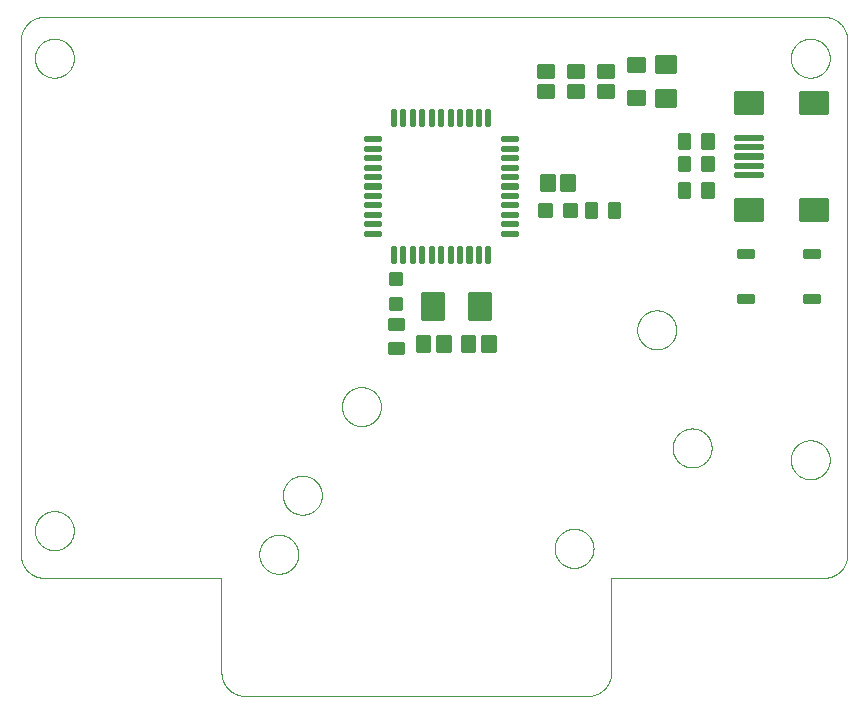
<source format=gbp>
G75*
%MOIN*%
%OFA0B0*%
%FSLAX25Y25*%
%IPPOS*%
%LPD*%
%AMOC8*
5,1,8,0,0,1.08239X$1,22.5*
%
%ADD10C,0.00000*%
%ADD11C,0.01602*%
%ADD12C,0.01575*%
%ADD13C,0.01587*%
%ADD14C,0.01598*%
%ADD15C,0.01594*%
%ADD16C,0.01606*%
%ADD17C,0.01590*%
D10*
X0010874Y0042870D02*
X0069929Y0042870D01*
X0069929Y0011374D01*
X0069931Y0011184D01*
X0069938Y0010994D01*
X0069950Y0010804D01*
X0069966Y0010614D01*
X0069986Y0010425D01*
X0070012Y0010236D01*
X0070041Y0010048D01*
X0070076Y0009861D01*
X0070115Y0009675D01*
X0070158Y0009490D01*
X0070206Y0009305D01*
X0070258Y0009122D01*
X0070314Y0008941D01*
X0070375Y0008761D01*
X0070441Y0008582D01*
X0070510Y0008405D01*
X0070584Y0008229D01*
X0070662Y0008056D01*
X0070745Y0007884D01*
X0070831Y0007715D01*
X0070921Y0007547D01*
X0071016Y0007382D01*
X0071114Y0007219D01*
X0071217Y0007059D01*
X0071323Y0006901D01*
X0071433Y0006746D01*
X0071546Y0006593D01*
X0071664Y0006443D01*
X0071785Y0006297D01*
X0071909Y0006153D01*
X0072037Y0006012D01*
X0072168Y0005874D01*
X0072303Y0005739D01*
X0072441Y0005608D01*
X0072582Y0005480D01*
X0072726Y0005356D01*
X0072872Y0005235D01*
X0073022Y0005117D01*
X0073175Y0005004D01*
X0073330Y0004894D01*
X0073488Y0004788D01*
X0073648Y0004685D01*
X0073811Y0004587D01*
X0073976Y0004492D01*
X0074144Y0004402D01*
X0074313Y0004316D01*
X0074485Y0004233D01*
X0074658Y0004155D01*
X0074834Y0004081D01*
X0075011Y0004012D01*
X0075190Y0003946D01*
X0075370Y0003885D01*
X0075551Y0003829D01*
X0075734Y0003777D01*
X0075919Y0003729D01*
X0076104Y0003686D01*
X0076290Y0003647D01*
X0076477Y0003612D01*
X0076665Y0003583D01*
X0076854Y0003557D01*
X0077043Y0003537D01*
X0077233Y0003521D01*
X0077423Y0003509D01*
X0077613Y0003502D01*
X0077803Y0003500D01*
X0191976Y0003500D01*
X0192166Y0003502D01*
X0192356Y0003509D01*
X0192546Y0003521D01*
X0192736Y0003537D01*
X0192925Y0003557D01*
X0193114Y0003583D01*
X0193302Y0003612D01*
X0193489Y0003647D01*
X0193675Y0003686D01*
X0193860Y0003729D01*
X0194045Y0003777D01*
X0194228Y0003829D01*
X0194409Y0003885D01*
X0194589Y0003946D01*
X0194768Y0004012D01*
X0194945Y0004081D01*
X0195121Y0004155D01*
X0195294Y0004233D01*
X0195466Y0004316D01*
X0195635Y0004402D01*
X0195803Y0004492D01*
X0195968Y0004587D01*
X0196131Y0004685D01*
X0196291Y0004788D01*
X0196449Y0004894D01*
X0196604Y0005004D01*
X0196757Y0005117D01*
X0196907Y0005235D01*
X0197053Y0005356D01*
X0197197Y0005480D01*
X0197338Y0005608D01*
X0197476Y0005739D01*
X0197611Y0005874D01*
X0197742Y0006012D01*
X0197870Y0006153D01*
X0197994Y0006297D01*
X0198115Y0006443D01*
X0198233Y0006593D01*
X0198346Y0006746D01*
X0198456Y0006901D01*
X0198562Y0007059D01*
X0198665Y0007219D01*
X0198763Y0007382D01*
X0198858Y0007547D01*
X0198948Y0007715D01*
X0199034Y0007884D01*
X0199117Y0008056D01*
X0199195Y0008229D01*
X0199269Y0008405D01*
X0199338Y0008582D01*
X0199404Y0008761D01*
X0199465Y0008941D01*
X0199521Y0009122D01*
X0199573Y0009305D01*
X0199621Y0009490D01*
X0199664Y0009675D01*
X0199703Y0009861D01*
X0199738Y0010048D01*
X0199767Y0010236D01*
X0199793Y0010425D01*
X0199813Y0010614D01*
X0199829Y0010804D01*
X0199841Y0010994D01*
X0199848Y0011184D01*
X0199850Y0011374D01*
X0199850Y0042870D01*
X0270717Y0042870D01*
X0270907Y0042872D01*
X0271097Y0042879D01*
X0271287Y0042891D01*
X0271477Y0042907D01*
X0271666Y0042927D01*
X0271855Y0042953D01*
X0272043Y0042982D01*
X0272230Y0043017D01*
X0272416Y0043056D01*
X0272601Y0043099D01*
X0272786Y0043147D01*
X0272969Y0043199D01*
X0273150Y0043255D01*
X0273330Y0043316D01*
X0273509Y0043382D01*
X0273686Y0043451D01*
X0273862Y0043525D01*
X0274035Y0043603D01*
X0274207Y0043686D01*
X0274376Y0043772D01*
X0274544Y0043862D01*
X0274709Y0043957D01*
X0274872Y0044055D01*
X0275032Y0044158D01*
X0275190Y0044264D01*
X0275345Y0044374D01*
X0275498Y0044487D01*
X0275648Y0044605D01*
X0275794Y0044726D01*
X0275938Y0044850D01*
X0276079Y0044978D01*
X0276217Y0045109D01*
X0276352Y0045244D01*
X0276483Y0045382D01*
X0276611Y0045523D01*
X0276735Y0045667D01*
X0276856Y0045813D01*
X0276974Y0045963D01*
X0277087Y0046116D01*
X0277197Y0046271D01*
X0277303Y0046429D01*
X0277406Y0046589D01*
X0277504Y0046752D01*
X0277599Y0046917D01*
X0277689Y0047085D01*
X0277775Y0047254D01*
X0277858Y0047426D01*
X0277936Y0047599D01*
X0278010Y0047775D01*
X0278079Y0047952D01*
X0278145Y0048131D01*
X0278206Y0048311D01*
X0278262Y0048492D01*
X0278314Y0048675D01*
X0278362Y0048860D01*
X0278405Y0049045D01*
X0278444Y0049231D01*
X0278479Y0049418D01*
X0278508Y0049606D01*
X0278534Y0049795D01*
X0278554Y0049984D01*
X0278570Y0050174D01*
X0278582Y0050364D01*
X0278589Y0050554D01*
X0278591Y0050744D01*
X0278591Y0222004D01*
X0278589Y0222194D01*
X0278582Y0222384D01*
X0278570Y0222574D01*
X0278554Y0222764D01*
X0278534Y0222953D01*
X0278508Y0223142D01*
X0278479Y0223330D01*
X0278444Y0223517D01*
X0278405Y0223703D01*
X0278362Y0223888D01*
X0278314Y0224073D01*
X0278262Y0224256D01*
X0278206Y0224437D01*
X0278145Y0224617D01*
X0278079Y0224796D01*
X0278010Y0224973D01*
X0277936Y0225149D01*
X0277858Y0225322D01*
X0277775Y0225494D01*
X0277689Y0225663D01*
X0277599Y0225831D01*
X0277504Y0225996D01*
X0277406Y0226159D01*
X0277303Y0226319D01*
X0277197Y0226477D01*
X0277087Y0226632D01*
X0276974Y0226785D01*
X0276856Y0226935D01*
X0276735Y0227081D01*
X0276611Y0227225D01*
X0276483Y0227366D01*
X0276352Y0227504D01*
X0276217Y0227639D01*
X0276079Y0227770D01*
X0275938Y0227898D01*
X0275794Y0228022D01*
X0275648Y0228143D01*
X0275498Y0228261D01*
X0275345Y0228374D01*
X0275190Y0228484D01*
X0275032Y0228590D01*
X0274872Y0228693D01*
X0274709Y0228791D01*
X0274544Y0228886D01*
X0274376Y0228976D01*
X0274207Y0229062D01*
X0274035Y0229145D01*
X0273862Y0229223D01*
X0273686Y0229297D01*
X0273509Y0229366D01*
X0273330Y0229432D01*
X0273150Y0229493D01*
X0272969Y0229549D01*
X0272786Y0229601D01*
X0272601Y0229649D01*
X0272416Y0229692D01*
X0272230Y0229731D01*
X0272043Y0229766D01*
X0271855Y0229795D01*
X0271666Y0229821D01*
X0271477Y0229841D01*
X0271287Y0229857D01*
X0271097Y0229869D01*
X0270907Y0229876D01*
X0270717Y0229878D01*
X0010874Y0229878D01*
X0010684Y0229876D01*
X0010494Y0229869D01*
X0010304Y0229857D01*
X0010114Y0229841D01*
X0009925Y0229821D01*
X0009736Y0229795D01*
X0009548Y0229766D01*
X0009361Y0229731D01*
X0009175Y0229692D01*
X0008990Y0229649D01*
X0008805Y0229601D01*
X0008622Y0229549D01*
X0008441Y0229493D01*
X0008261Y0229432D01*
X0008082Y0229366D01*
X0007905Y0229297D01*
X0007729Y0229223D01*
X0007556Y0229145D01*
X0007384Y0229062D01*
X0007215Y0228976D01*
X0007047Y0228886D01*
X0006882Y0228791D01*
X0006719Y0228693D01*
X0006559Y0228590D01*
X0006401Y0228484D01*
X0006246Y0228374D01*
X0006093Y0228261D01*
X0005943Y0228143D01*
X0005797Y0228022D01*
X0005653Y0227898D01*
X0005512Y0227770D01*
X0005374Y0227639D01*
X0005239Y0227504D01*
X0005108Y0227366D01*
X0004980Y0227225D01*
X0004856Y0227081D01*
X0004735Y0226935D01*
X0004617Y0226785D01*
X0004504Y0226632D01*
X0004394Y0226477D01*
X0004288Y0226319D01*
X0004185Y0226159D01*
X0004087Y0225996D01*
X0003992Y0225831D01*
X0003902Y0225663D01*
X0003816Y0225494D01*
X0003733Y0225322D01*
X0003655Y0225149D01*
X0003581Y0224973D01*
X0003512Y0224796D01*
X0003446Y0224617D01*
X0003385Y0224437D01*
X0003329Y0224256D01*
X0003277Y0224073D01*
X0003229Y0223888D01*
X0003186Y0223703D01*
X0003147Y0223517D01*
X0003112Y0223330D01*
X0003083Y0223142D01*
X0003057Y0222953D01*
X0003037Y0222764D01*
X0003021Y0222574D01*
X0003009Y0222384D01*
X0003002Y0222194D01*
X0003000Y0222004D01*
X0003000Y0050744D01*
X0003002Y0050554D01*
X0003009Y0050364D01*
X0003021Y0050174D01*
X0003037Y0049984D01*
X0003057Y0049795D01*
X0003083Y0049606D01*
X0003112Y0049418D01*
X0003147Y0049231D01*
X0003186Y0049045D01*
X0003229Y0048860D01*
X0003277Y0048675D01*
X0003329Y0048492D01*
X0003385Y0048311D01*
X0003446Y0048131D01*
X0003512Y0047952D01*
X0003581Y0047775D01*
X0003655Y0047599D01*
X0003733Y0047426D01*
X0003816Y0047254D01*
X0003902Y0047085D01*
X0003992Y0046917D01*
X0004087Y0046752D01*
X0004185Y0046589D01*
X0004288Y0046429D01*
X0004394Y0046271D01*
X0004504Y0046116D01*
X0004617Y0045963D01*
X0004735Y0045813D01*
X0004856Y0045667D01*
X0004980Y0045523D01*
X0005108Y0045382D01*
X0005239Y0045244D01*
X0005374Y0045109D01*
X0005512Y0044978D01*
X0005653Y0044850D01*
X0005797Y0044726D01*
X0005943Y0044605D01*
X0006093Y0044487D01*
X0006246Y0044374D01*
X0006401Y0044264D01*
X0006559Y0044158D01*
X0006719Y0044055D01*
X0006882Y0043957D01*
X0007047Y0043862D01*
X0007215Y0043772D01*
X0007384Y0043686D01*
X0007556Y0043603D01*
X0007729Y0043525D01*
X0007905Y0043451D01*
X0008082Y0043382D01*
X0008261Y0043316D01*
X0008441Y0043255D01*
X0008622Y0043199D01*
X0008805Y0043147D01*
X0008990Y0043099D01*
X0009175Y0043056D01*
X0009361Y0043017D01*
X0009548Y0042982D01*
X0009736Y0042953D01*
X0009925Y0042927D01*
X0010114Y0042907D01*
X0010304Y0042891D01*
X0010494Y0042879D01*
X0010684Y0042872D01*
X0010874Y0042870D01*
X0007720Y0058618D02*
X0007722Y0058779D01*
X0007728Y0058939D01*
X0007738Y0059100D01*
X0007752Y0059260D01*
X0007770Y0059420D01*
X0007791Y0059579D01*
X0007817Y0059738D01*
X0007847Y0059896D01*
X0007880Y0060053D01*
X0007918Y0060210D01*
X0007959Y0060365D01*
X0008004Y0060519D01*
X0008053Y0060672D01*
X0008106Y0060824D01*
X0008162Y0060975D01*
X0008223Y0061124D01*
X0008286Y0061272D01*
X0008354Y0061418D01*
X0008425Y0061562D01*
X0008499Y0061704D01*
X0008577Y0061845D01*
X0008659Y0061983D01*
X0008744Y0062120D01*
X0008832Y0062254D01*
X0008924Y0062386D01*
X0009019Y0062516D01*
X0009117Y0062644D01*
X0009218Y0062769D01*
X0009322Y0062891D01*
X0009429Y0063011D01*
X0009539Y0063128D01*
X0009652Y0063243D01*
X0009768Y0063354D01*
X0009887Y0063463D01*
X0010008Y0063568D01*
X0010132Y0063671D01*
X0010258Y0063771D01*
X0010386Y0063867D01*
X0010517Y0063960D01*
X0010651Y0064050D01*
X0010786Y0064137D01*
X0010924Y0064220D01*
X0011063Y0064300D01*
X0011205Y0064376D01*
X0011348Y0064449D01*
X0011493Y0064518D01*
X0011640Y0064584D01*
X0011788Y0064646D01*
X0011938Y0064704D01*
X0012089Y0064759D01*
X0012242Y0064810D01*
X0012396Y0064857D01*
X0012551Y0064900D01*
X0012707Y0064939D01*
X0012863Y0064975D01*
X0013021Y0065006D01*
X0013179Y0065034D01*
X0013338Y0065058D01*
X0013498Y0065078D01*
X0013658Y0065094D01*
X0013818Y0065106D01*
X0013979Y0065114D01*
X0014140Y0065118D01*
X0014300Y0065118D01*
X0014461Y0065114D01*
X0014622Y0065106D01*
X0014782Y0065094D01*
X0014942Y0065078D01*
X0015102Y0065058D01*
X0015261Y0065034D01*
X0015419Y0065006D01*
X0015577Y0064975D01*
X0015733Y0064939D01*
X0015889Y0064900D01*
X0016044Y0064857D01*
X0016198Y0064810D01*
X0016351Y0064759D01*
X0016502Y0064704D01*
X0016652Y0064646D01*
X0016800Y0064584D01*
X0016947Y0064518D01*
X0017092Y0064449D01*
X0017235Y0064376D01*
X0017377Y0064300D01*
X0017516Y0064220D01*
X0017654Y0064137D01*
X0017789Y0064050D01*
X0017923Y0063960D01*
X0018054Y0063867D01*
X0018182Y0063771D01*
X0018308Y0063671D01*
X0018432Y0063568D01*
X0018553Y0063463D01*
X0018672Y0063354D01*
X0018788Y0063243D01*
X0018901Y0063128D01*
X0019011Y0063011D01*
X0019118Y0062891D01*
X0019222Y0062769D01*
X0019323Y0062644D01*
X0019421Y0062516D01*
X0019516Y0062386D01*
X0019608Y0062254D01*
X0019696Y0062120D01*
X0019781Y0061983D01*
X0019863Y0061845D01*
X0019941Y0061704D01*
X0020015Y0061562D01*
X0020086Y0061418D01*
X0020154Y0061272D01*
X0020217Y0061124D01*
X0020278Y0060975D01*
X0020334Y0060824D01*
X0020387Y0060672D01*
X0020436Y0060519D01*
X0020481Y0060365D01*
X0020522Y0060210D01*
X0020560Y0060053D01*
X0020593Y0059896D01*
X0020623Y0059738D01*
X0020649Y0059579D01*
X0020670Y0059420D01*
X0020688Y0059260D01*
X0020702Y0059100D01*
X0020712Y0058939D01*
X0020718Y0058779D01*
X0020720Y0058618D01*
X0020718Y0058457D01*
X0020712Y0058297D01*
X0020702Y0058136D01*
X0020688Y0057976D01*
X0020670Y0057816D01*
X0020649Y0057657D01*
X0020623Y0057498D01*
X0020593Y0057340D01*
X0020560Y0057183D01*
X0020522Y0057026D01*
X0020481Y0056871D01*
X0020436Y0056717D01*
X0020387Y0056564D01*
X0020334Y0056412D01*
X0020278Y0056261D01*
X0020217Y0056112D01*
X0020154Y0055964D01*
X0020086Y0055818D01*
X0020015Y0055674D01*
X0019941Y0055532D01*
X0019863Y0055391D01*
X0019781Y0055253D01*
X0019696Y0055116D01*
X0019608Y0054982D01*
X0019516Y0054850D01*
X0019421Y0054720D01*
X0019323Y0054592D01*
X0019222Y0054467D01*
X0019118Y0054345D01*
X0019011Y0054225D01*
X0018901Y0054108D01*
X0018788Y0053993D01*
X0018672Y0053882D01*
X0018553Y0053773D01*
X0018432Y0053668D01*
X0018308Y0053565D01*
X0018182Y0053465D01*
X0018054Y0053369D01*
X0017923Y0053276D01*
X0017789Y0053186D01*
X0017654Y0053099D01*
X0017516Y0053016D01*
X0017377Y0052936D01*
X0017235Y0052860D01*
X0017092Y0052787D01*
X0016947Y0052718D01*
X0016800Y0052652D01*
X0016652Y0052590D01*
X0016502Y0052532D01*
X0016351Y0052477D01*
X0016198Y0052426D01*
X0016044Y0052379D01*
X0015889Y0052336D01*
X0015733Y0052297D01*
X0015577Y0052261D01*
X0015419Y0052230D01*
X0015261Y0052202D01*
X0015102Y0052178D01*
X0014942Y0052158D01*
X0014782Y0052142D01*
X0014622Y0052130D01*
X0014461Y0052122D01*
X0014300Y0052118D01*
X0014140Y0052118D01*
X0013979Y0052122D01*
X0013818Y0052130D01*
X0013658Y0052142D01*
X0013498Y0052158D01*
X0013338Y0052178D01*
X0013179Y0052202D01*
X0013021Y0052230D01*
X0012863Y0052261D01*
X0012707Y0052297D01*
X0012551Y0052336D01*
X0012396Y0052379D01*
X0012242Y0052426D01*
X0012089Y0052477D01*
X0011938Y0052532D01*
X0011788Y0052590D01*
X0011640Y0052652D01*
X0011493Y0052718D01*
X0011348Y0052787D01*
X0011205Y0052860D01*
X0011063Y0052936D01*
X0010924Y0053016D01*
X0010786Y0053099D01*
X0010651Y0053186D01*
X0010517Y0053276D01*
X0010386Y0053369D01*
X0010258Y0053465D01*
X0010132Y0053565D01*
X0010008Y0053668D01*
X0009887Y0053773D01*
X0009768Y0053882D01*
X0009652Y0053993D01*
X0009539Y0054108D01*
X0009429Y0054225D01*
X0009322Y0054345D01*
X0009218Y0054467D01*
X0009117Y0054592D01*
X0009019Y0054720D01*
X0008924Y0054850D01*
X0008832Y0054982D01*
X0008744Y0055116D01*
X0008659Y0055253D01*
X0008577Y0055391D01*
X0008499Y0055532D01*
X0008425Y0055674D01*
X0008354Y0055818D01*
X0008286Y0055964D01*
X0008223Y0056112D01*
X0008162Y0056261D01*
X0008106Y0056412D01*
X0008053Y0056564D01*
X0008004Y0056717D01*
X0007959Y0056871D01*
X0007918Y0057026D01*
X0007880Y0057183D01*
X0007847Y0057340D01*
X0007817Y0057498D01*
X0007791Y0057657D01*
X0007770Y0057816D01*
X0007752Y0057976D01*
X0007738Y0058136D01*
X0007728Y0058297D01*
X0007722Y0058457D01*
X0007720Y0058618D01*
X0082524Y0050744D02*
X0082526Y0050905D01*
X0082532Y0051065D01*
X0082542Y0051226D01*
X0082556Y0051386D01*
X0082574Y0051546D01*
X0082595Y0051705D01*
X0082621Y0051864D01*
X0082651Y0052022D01*
X0082684Y0052179D01*
X0082722Y0052336D01*
X0082763Y0052491D01*
X0082808Y0052645D01*
X0082857Y0052798D01*
X0082910Y0052950D01*
X0082966Y0053101D01*
X0083027Y0053250D01*
X0083090Y0053398D01*
X0083158Y0053544D01*
X0083229Y0053688D01*
X0083303Y0053830D01*
X0083381Y0053971D01*
X0083463Y0054109D01*
X0083548Y0054246D01*
X0083636Y0054380D01*
X0083728Y0054512D01*
X0083823Y0054642D01*
X0083921Y0054770D01*
X0084022Y0054895D01*
X0084126Y0055017D01*
X0084233Y0055137D01*
X0084343Y0055254D01*
X0084456Y0055369D01*
X0084572Y0055480D01*
X0084691Y0055589D01*
X0084812Y0055694D01*
X0084936Y0055797D01*
X0085062Y0055897D01*
X0085190Y0055993D01*
X0085321Y0056086D01*
X0085455Y0056176D01*
X0085590Y0056263D01*
X0085728Y0056346D01*
X0085867Y0056426D01*
X0086009Y0056502D01*
X0086152Y0056575D01*
X0086297Y0056644D01*
X0086444Y0056710D01*
X0086592Y0056772D01*
X0086742Y0056830D01*
X0086893Y0056885D01*
X0087046Y0056936D01*
X0087200Y0056983D01*
X0087355Y0057026D01*
X0087511Y0057065D01*
X0087667Y0057101D01*
X0087825Y0057132D01*
X0087983Y0057160D01*
X0088142Y0057184D01*
X0088302Y0057204D01*
X0088462Y0057220D01*
X0088622Y0057232D01*
X0088783Y0057240D01*
X0088944Y0057244D01*
X0089104Y0057244D01*
X0089265Y0057240D01*
X0089426Y0057232D01*
X0089586Y0057220D01*
X0089746Y0057204D01*
X0089906Y0057184D01*
X0090065Y0057160D01*
X0090223Y0057132D01*
X0090381Y0057101D01*
X0090537Y0057065D01*
X0090693Y0057026D01*
X0090848Y0056983D01*
X0091002Y0056936D01*
X0091155Y0056885D01*
X0091306Y0056830D01*
X0091456Y0056772D01*
X0091604Y0056710D01*
X0091751Y0056644D01*
X0091896Y0056575D01*
X0092039Y0056502D01*
X0092181Y0056426D01*
X0092320Y0056346D01*
X0092458Y0056263D01*
X0092593Y0056176D01*
X0092727Y0056086D01*
X0092858Y0055993D01*
X0092986Y0055897D01*
X0093112Y0055797D01*
X0093236Y0055694D01*
X0093357Y0055589D01*
X0093476Y0055480D01*
X0093592Y0055369D01*
X0093705Y0055254D01*
X0093815Y0055137D01*
X0093922Y0055017D01*
X0094026Y0054895D01*
X0094127Y0054770D01*
X0094225Y0054642D01*
X0094320Y0054512D01*
X0094412Y0054380D01*
X0094500Y0054246D01*
X0094585Y0054109D01*
X0094667Y0053971D01*
X0094745Y0053830D01*
X0094819Y0053688D01*
X0094890Y0053544D01*
X0094958Y0053398D01*
X0095021Y0053250D01*
X0095082Y0053101D01*
X0095138Y0052950D01*
X0095191Y0052798D01*
X0095240Y0052645D01*
X0095285Y0052491D01*
X0095326Y0052336D01*
X0095364Y0052179D01*
X0095397Y0052022D01*
X0095427Y0051864D01*
X0095453Y0051705D01*
X0095474Y0051546D01*
X0095492Y0051386D01*
X0095506Y0051226D01*
X0095516Y0051065D01*
X0095522Y0050905D01*
X0095524Y0050744D01*
X0095522Y0050583D01*
X0095516Y0050423D01*
X0095506Y0050262D01*
X0095492Y0050102D01*
X0095474Y0049942D01*
X0095453Y0049783D01*
X0095427Y0049624D01*
X0095397Y0049466D01*
X0095364Y0049309D01*
X0095326Y0049152D01*
X0095285Y0048997D01*
X0095240Y0048843D01*
X0095191Y0048690D01*
X0095138Y0048538D01*
X0095082Y0048387D01*
X0095021Y0048238D01*
X0094958Y0048090D01*
X0094890Y0047944D01*
X0094819Y0047800D01*
X0094745Y0047658D01*
X0094667Y0047517D01*
X0094585Y0047379D01*
X0094500Y0047242D01*
X0094412Y0047108D01*
X0094320Y0046976D01*
X0094225Y0046846D01*
X0094127Y0046718D01*
X0094026Y0046593D01*
X0093922Y0046471D01*
X0093815Y0046351D01*
X0093705Y0046234D01*
X0093592Y0046119D01*
X0093476Y0046008D01*
X0093357Y0045899D01*
X0093236Y0045794D01*
X0093112Y0045691D01*
X0092986Y0045591D01*
X0092858Y0045495D01*
X0092727Y0045402D01*
X0092593Y0045312D01*
X0092458Y0045225D01*
X0092320Y0045142D01*
X0092181Y0045062D01*
X0092039Y0044986D01*
X0091896Y0044913D01*
X0091751Y0044844D01*
X0091604Y0044778D01*
X0091456Y0044716D01*
X0091306Y0044658D01*
X0091155Y0044603D01*
X0091002Y0044552D01*
X0090848Y0044505D01*
X0090693Y0044462D01*
X0090537Y0044423D01*
X0090381Y0044387D01*
X0090223Y0044356D01*
X0090065Y0044328D01*
X0089906Y0044304D01*
X0089746Y0044284D01*
X0089586Y0044268D01*
X0089426Y0044256D01*
X0089265Y0044248D01*
X0089104Y0044244D01*
X0088944Y0044244D01*
X0088783Y0044248D01*
X0088622Y0044256D01*
X0088462Y0044268D01*
X0088302Y0044284D01*
X0088142Y0044304D01*
X0087983Y0044328D01*
X0087825Y0044356D01*
X0087667Y0044387D01*
X0087511Y0044423D01*
X0087355Y0044462D01*
X0087200Y0044505D01*
X0087046Y0044552D01*
X0086893Y0044603D01*
X0086742Y0044658D01*
X0086592Y0044716D01*
X0086444Y0044778D01*
X0086297Y0044844D01*
X0086152Y0044913D01*
X0086009Y0044986D01*
X0085867Y0045062D01*
X0085728Y0045142D01*
X0085590Y0045225D01*
X0085455Y0045312D01*
X0085321Y0045402D01*
X0085190Y0045495D01*
X0085062Y0045591D01*
X0084936Y0045691D01*
X0084812Y0045794D01*
X0084691Y0045899D01*
X0084572Y0046008D01*
X0084456Y0046119D01*
X0084343Y0046234D01*
X0084233Y0046351D01*
X0084126Y0046471D01*
X0084022Y0046593D01*
X0083921Y0046718D01*
X0083823Y0046846D01*
X0083728Y0046976D01*
X0083636Y0047108D01*
X0083548Y0047242D01*
X0083463Y0047379D01*
X0083381Y0047517D01*
X0083303Y0047658D01*
X0083229Y0047800D01*
X0083158Y0047944D01*
X0083090Y0048090D01*
X0083027Y0048238D01*
X0082966Y0048387D01*
X0082910Y0048538D01*
X0082857Y0048690D01*
X0082808Y0048843D01*
X0082763Y0048997D01*
X0082722Y0049152D01*
X0082684Y0049309D01*
X0082651Y0049466D01*
X0082621Y0049624D01*
X0082595Y0049783D01*
X0082574Y0049942D01*
X0082556Y0050102D01*
X0082542Y0050262D01*
X0082532Y0050423D01*
X0082526Y0050583D01*
X0082524Y0050744D01*
X0090398Y0070429D02*
X0090400Y0070590D01*
X0090406Y0070750D01*
X0090416Y0070911D01*
X0090430Y0071071D01*
X0090448Y0071231D01*
X0090469Y0071390D01*
X0090495Y0071549D01*
X0090525Y0071707D01*
X0090558Y0071864D01*
X0090596Y0072021D01*
X0090637Y0072176D01*
X0090682Y0072330D01*
X0090731Y0072483D01*
X0090784Y0072635D01*
X0090840Y0072786D01*
X0090901Y0072935D01*
X0090964Y0073083D01*
X0091032Y0073229D01*
X0091103Y0073373D01*
X0091177Y0073515D01*
X0091255Y0073656D01*
X0091337Y0073794D01*
X0091422Y0073931D01*
X0091510Y0074065D01*
X0091602Y0074197D01*
X0091697Y0074327D01*
X0091795Y0074455D01*
X0091896Y0074580D01*
X0092000Y0074702D01*
X0092107Y0074822D01*
X0092217Y0074939D01*
X0092330Y0075054D01*
X0092446Y0075165D01*
X0092565Y0075274D01*
X0092686Y0075379D01*
X0092810Y0075482D01*
X0092936Y0075582D01*
X0093064Y0075678D01*
X0093195Y0075771D01*
X0093329Y0075861D01*
X0093464Y0075948D01*
X0093602Y0076031D01*
X0093741Y0076111D01*
X0093883Y0076187D01*
X0094026Y0076260D01*
X0094171Y0076329D01*
X0094318Y0076395D01*
X0094466Y0076457D01*
X0094616Y0076515D01*
X0094767Y0076570D01*
X0094920Y0076621D01*
X0095074Y0076668D01*
X0095229Y0076711D01*
X0095385Y0076750D01*
X0095541Y0076786D01*
X0095699Y0076817D01*
X0095857Y0076845D01*
X0096016Y0076869D01*
X0096176Y0076889D01*
X0096336Y0076905D01*
X0096496Y0076917D01*
X0096657Y0076925D01*
X0096818Y0076929D01*
X0096978Y0076929D01*
X0097139Y0076925D01*
X0097300Y0076917D01*
X0097460Y0076905D01*
X0097620Y0076889D01*
X0097780Y0076869D01*
X0097939Y0076845D01*
X0098097Y0076817D01*
X0098255Y0076786D01*
X0098411Y0076750D01*
X0098567Y0076711D01*
X0098722Y0076668D01*
X0098876Y0076621D01*
X0099029Y0076570D01*
X0099180Y0076515D01*
X0099330Y0076457D01*
X0099478Y0076395D01*
X0099625Y0076329D01*
X0099770Y0076260D01*
X0099913Y0076187D01*
X0100055Y0076111D01*
X0100194Y0076031D01*
X0100332Y0075948D01*
X0100467Y0075861D01*
X0100601Y0075771D01*
X0100732Y0075678D01*
X0100860Y0075582D01*
X0100986Y0075482D01*
X0101110Y0075379D01*
X0101231Y0075274D01*
X0101350Y0075165D01*
X0101466Y0075054D01*
X0101579Y0074939D01*
X0101689Y0074822D01*
X0101796Y0074702D01*
X0101900Y0074580D01*
X0102001Y0074455D01*
X0102099Y0074327D01*
X0102194Y0074197D01*
X0102286Y0074065D01*
X0102374Y0073931D01*
X0102459Y0073794D01*
X0102541Y0073656D01*
X0102619Y0073515D01*
X0102693Y0073373D01*
X0102764Y0073229D01*
X0102832Y0073083D01*
X0102895Y0072935D01*
X0102956Y0072786D01*
X0103012Y0072635D01*
X0103065Y0072483D01*
X0103114Y0072330D01*
X0103159Y0072176D01*
X0103200Y0072021D01*
X0103238Y0071864D01*
X0103271Y0071707D01*
X0103301Y0071549D01*
X0103327Y0071390D01*
X0103348Y0071231D01*
X0103366Y0071071D01*
X0103380Y0070911D01*
X0103390Y0070750D01*
X0103396Y0070590D01*
X0103398Y0070429D01*
X0103396Y0070268D01*
X0103390Y0070108D01*
X0103380Y0069947D01*
X0103366Y0069787D01*
X0103348Y0069627D01*
X0103327Y0069468D01*
X0103301Y0069309D01*
X0103271Y0069151D01*
X0103238Y0068994D01*
X0103200Y0068837D01*
X0103159Y0068682D01*
X0103114Y0068528D01*
X0103065Y0068375D01*
X0103012Y0068223D01*
X0102956Y0068072D01*
X0102895Y0067923D01*
X0102832Y0067775D01*
X0102764Y0067629D01*
X0102693Y0067485D01*
X0102619Y0067343D01*
X0102541Y0067202D01*
X0102459Y0067064D01*
X0102374Y0066927D01*
X0102286Y0066793D01*
X0102194Y0066661D01*
X0102099Y0066531D01*
X0102001Y0066403D01*
X0101900Y0066278D01*
X0101796Y0066156D01*
X0101689Y0066036D01*
X0101579Y0065919D01*
X0101466Y0065804D01*
X0101350Y0065693D01*
X0101231Y0065584D01*
X0101110Y0065479D01*
X0100986Y0065376D01*
X0100860Y0065276D01*
X0100732Y0065180D01*
X0100601Y0065087D01*
X0100467Y0064997D01*
X0100332Y0064910D01*
X0100194Y0064827D01*
X0100055Y0064747D01*
X0099913Y0064671D01*
X0099770Y0064598D01*
X0099625Y0064529D01*
X0099478Y0064463D01*
X0099330Y0064401D01*
X0099180Y0064343D01*
X0099029Y0064288D01*
X0098876Y0064237D01*
X0098722Y0064190D01*
X0098567Y0064147D01*
X0098411Y0064108D01*
X0098255Y0064072D01*
X0098097Y0064041D01*
X0097939Y0064013D01*
X0097780Y0063989D01*
X0097620Y0063969D01*
X0097460Y0063953D01*
X0097300Y0063941D01*
X0097139Y0063933D01*
X0096978Y0063929D01*
X0096818Y0063929D01*
X0096657Y0063933D01*
X0096496Y0063941D01*
X0096336Y0063953D01*
X0096176Y0063969D01*
X0096016Y0063989D01*
X0095857Y0064013D01*
X0095699Y0064041D01*
X0095541Y0064072D01*
X0095385Y0064108D01*
X0095229Y0064147D01*
X0095074Y0064190D01*
X0094920Y0064237D01*
X0094767Y0064288D01*
X0094616Y0064343D01*
X0094466Y0064401D01*
X0094318Y0064463D01*
X0094171Y0064529D01*
X0094026Y0064598D01*
X0093883Y0064671D01*
X0093741Y0064747D01*
X0093602Y0064827D01*
X0093464Y0064910D01*
X0093329Y0064997D01*
X0093195Y0065087D01*
X0093064Y0065180D01*
X0092936Y0065276D01*
X0092810Y0065376D01*
X0092686Y0065479D01*
X0092565Y0065584D01*
X0092446Y0065693D01*
X0092330Y0065804D01*
X0092217Y0065919D01*
X0092107Y0066036D01*
X0092000Y0066156D01*
X0091896Y0066278D01*
X0091795Y0066403D01*
X0091697Y0066531D01*
X0091602Y0066661D01*
X0091510Y0066793D01*
X0091422Y0066927D01*
X0091337Y0067064D01*
X0091255Y0067202D01*
X0091177Y0067343D01*
X0091103Y0067485D01*
X0091032Y0067629D01*
X0090964Y0067775D01*
X0090901Y0067923D01*
X0090840Y0068072D01*
X0090784Y0068223D01*
X0090731Y0068375D01*
X0090682Y0068528D01*
X0090637Y0068682D01*
X0090596Y0068837D01*
X0090558Y0068994D01*
X0090525Y0069151D01*
X0090495Y0069309D01*
X0090469Y0069468D01*
X0090448Y0069627D01*
X0090430Y0069787D01*
X0090416Y0069947D01*
X0090406Y0070108D01*
X0090400Y0070268D01*
X0090398Y0070429D01*
X0110083Y0099957D02*
X0110085Y0100118D01*
X0110091Y0100278D01*
X0110101Y0100439D01*
X0110115Y0100599D01*
X0110133Y0100759D01*
X0110154Y0100918D01*
X0110180Y0101077D01*
X0110210Y0101235D01*
X0110243Y0101392D01*
X0110281Y0101549D01*
X0110322Y0101704D01*
X0110367Y0101858D01*
X0110416Y0102011D01*
X0110469Y0102163D01*
X0110525Y0102314D01*
X0110586Y0102463D01*
X0110649Y0102611D01*
X0110717Y0102757D01*
X0110788Y0102901D01*
X0110862Y0103043D01*
X0110940Y0103184D01*
X0111022Y0103322D01*
X0111107Y0103459D01*
X0111195Y0103593D01*
X0111287Y0103725D01*
X0111382Y0103855D01*
X0111480Y0103983D01*
X0111581Y0104108D01*
X0111685Y0104230D01*
X0111792Y0104350D01*
X0111902Y0104467D01*
X0112015Y0104582D01*
X0112131Y0104693D01*
X0112250Y0104802D01*
X0112371Y0104907D01*
X0112495Y0105010D01*
X0112621Y0105110D01*
X0112749Y0105206D01*
X0112880Y0105299D01*
X0113014Y0105389D01*
X0113149Y0105476D01*
X0113287Y0105559D01*
X0113426Y0105639D01*
X0113568Y0105715D01*
X0113711Y0105788D01*
X0113856Y0105857D01*
X0114003Y0105923D01*
X0114151Y0105985D01*
X0114301Y0106043D01*
X0114452Y0106098D01*
X0114605Y0106149D01*
X0114759Y0106196D01*
X0114914Y0106239D01*
X0115070Y0106278D01*
X0115226Y0106314D01*
X0115384Y0106345D01*
X0115542Y0106373D01*
X0115701Y0106397D01*
X0115861Y0106417D01*
X0116021Y0106433D01*
X0116181Y0106445D01*
X0116342Y0106453D01*
X0116503Y0106457D01*
X0116663Y0106457D01*
X0116824Y0106453D01*
X0116985Y0106445D01*
X0117145Y0106433D01*
X0117305Y0106417D01*
X0117465Y0106397D01*
X0117624Y0106373D01*
X0117782Y0106345D01*
X0117940Y0106314D01*
X0118096Y0106278D01*
X0118252Y0106239D01*
X0118407Y0106196D01*
X0118561Y0106149D01*
X0118714Y0106098D01*
X0118865Y0106043D01*
X0119015Y0105985D01*
X0119163Y0105923D01*
X0119310Y0105857D01*
X0119455Y0105788D01*
X0119598Y0105715D01*
X0119740Y0105639D01*
X0119879Y0105559D01*
X0120017Y0105476D01*
X0120152Y0105389D01*
X0120286Y0105299D01*
X0120417Y0105206D01*
X0120545Y0105110D01*
X0120671Y0105010D01*
X0120795Y0104907D01*
X0120916Y0104802D01*
X0121035Y0104693D01*
X0121151Y0104582D01*
X0121264Y0104467D01*
X0121374Y0104350D01*
X0121481Y0104230D01*
X0121585Y0104108D01*
X0121686Y0103983D01*
X0121784Y0103855D01*
X0121879Y0103725D01*
X0121971Y0103593D01*
X0122059Y0103459D01*
X0122144Y0103322D01*
X0122226Y0103184D01*
X0122304Y0103043D01*
X0122378Y0102901D01*
X0122449Y0102757D01*
X0122517Y0102611D01*
X0122580Y0102463D01*
X0122641Y0102314D01*
X0122697Y0102163D01*
X0122750Y0102011D01*
X0122799Y0101858D01*
X0122844Y0101704D01*
X0122885Y0101549D01*
X0122923Y0101392D01*
X0122956Y0101235D01*
X0122986Y0101077D01*
X0123012Y0100918D01*
X0123033Y0100759D01*
X0123051Y0100599D01*
X0123065Y0100439D01*
X0123075Y0100278D01*
X0123081Y0100118D01*
X0123083Y0099957D01*
X0123081Y0099796D01*
X0123075Y0099636D01*
X0123065Y0099475D01*
X0123051Y0099315D01*
X0123033Y0099155D01*
X0123012Y0098996D01*
X0122986Y0098837D01*
X0122956Y0098679D01*
X0122923Y0098522D01*
X0122885Y0098365D01*
X0122844Y0098210D01*
X0122799Y0098056D01*
X0122750Y0097903D01*
X0122697Y0097751D01*
X0122641Y0097600D01*
X0122580Y0097451D01*
X0122517Y0097303D01*
X0122449Y0097157D01*
X0122378Y0097013D01*
X0122304Y0096871D01*
X0122226Y0096730D01*
X0122144Y0096592D01*
X0122059Y0096455D01*
X0121971Y0096321D01*
X0121879Y0096189D01*
X0121784Y0096059D01*
X0121686Y0095931D01*
X0121585Y0095806D01*
X0121481Y0095684D01*
X0121374Y0095564D01*
X0121264Y0095447D01*
X0121151Y0095332D01*
X0121035Y0095221D01*
X0120916Y0095112D01*
X0120795Y0095007D01*
X0120671Y0094904D01*
X0120545Y0094804D01*
X0120417Y0094708D01*
X0120286Y0094615D01*
X0120152Y0094525D01*
X0120017Y0094438D01*
X0119879Y0094355D01*
X0119740Y0094275D01*
X0119598Y0094199D01*
X0119455Y0094126D01*
X0119310Y0094057D01*
X0119163Y0093991D01*
X0119015Y0093929D01*
X0118865Y0093871D01*
X0118714Y0093816D01*
X0118561Y0093765D01*
X0118407Y0093718D01*
X0118252Y0093675D01*
X0118096Y0093636D01*
X0117940Y0093600D01*
X0117782Y0093569D01*
X0117624Y0093541D01*
X0117465Y0093517D01*
X0117305Y0093497D01*
X0117145Y0093481D01*
X0116985Y0093469D01*
X0116824Y0093461D01*
X0116663Y0093457D01*
X0116503Y0093457D01*
X0116342Y0093461D01*
X0116181Y0093469D01*
X0116021Y0093481D01*
X0115861Y0093497D01*
X0115701Y0093517D01*
X0115542Y0093541D01*
X0115384Y0093569D01*
X0115226Y0093600D01*
X0115070Y0093636D01*
X0114914Y0093675D01*
X0114759Y0093718D01*
X0114605Y0093765D01*
X0114452Y0093816D01*
X0114301Y0093871D01*
X0114151Y0093929D01*
X0114003Y0093991D01*
X0113856Y0094057D01*
X0113711Y0094126D01*
X0113568Y0094199D01*
X0113426Y0094275D01*
X0113287Y0094355D01*
X0113149Y0094438D01*
X0113014Y0094525D01*
X0112880Y0094615D01*
X0112749Y0094708D01*
X0112621Y0094804D01*
X0112495Y0094904D01*
X0112371Y0095007D01*
X0112250Y0095112D01*
X0112131Y0095221D01*
X0112015Y0095332D01*
X0111902Y0095447D01*
X0111792Y0095564D01*
X0111685Y0095684D01*
X0111581Y0095806D01*
X0111480Y0095931D01*
X0111382Y0096059D01*
X0111287Y0096189D01*
X0111195Y0096321D01*
X0111107Y0096455D01*
X0111022Y0096592D01*
X0110940Y0096730D01*
X0110862Y0096871D01*
X0110788Y0097013D01*
X0110717Y0097157D01*
X0110649Y0097303D01*
X0110586Y0097451D01*
X0110525Y0097600D01*
X0110469Y0097751D01*
X0110416Y0097903D01*
X0110367Y0098056D01*
X0110322Y0098210D01*
X0110281Y0098365D01*
X0110243Y0098522D01*
X0110210Y0098679D01*
X0110180Y0098837D01*
X0110154Y0098996D01*
X0110133Y0099155D01*
X0110115Y0099315D01*
X0110101Y0099475D01*
X0110091Y0099636D01*
X0110085Y0099796D01*
X0110083Y0099957D01*
X0180949Y0052713D02*
X0180951Y0052874D01*
X0180957Y0053034D01*
X0180967Y0053195D01*
X0180981Y0053355D01*
X0180999Y0053515D01*
X0181020Y0053674D01*
X0181046Y0053833D01*
X0181076Y0053991D01*
X0181109Y0054148D01*
X0181147Y0054305D01*
X0181188Y0054460D01*
X0181233Y0054614D01*
X0181282Y0054767D01*
X0181335Y0054919D01*
X0181391Y0055070D01*
X0181452Y0055219D01*
X0181515Y0055367D01*
X0181583Y0055513D01*
X0181654Y0055657D01*
X0181728Y0055799D01*
X0181806Y0055940D01*
X0181888Y0056078D01*
X0181973Y0056215D01*
X0182061Y0056349D01*
X0182153Y0056481D01*
X0182248Y0056611D01*
X0182346Y0056739D01*
X0182447Y0056864D01*
X0182551Y0056986D01*
X0182658Y0057106D01*
X0182768Y0057223D01*
X0182881Y0057338D01*
X0182997Y0057449D01*
X0183116Y0057558D01*
X0183237Y0057663D01*
X0183361Y0057766D01*
X0183487Y0057866D01*
X0183615Y0057962D01*
X0183746Y0058055D01*
X0183880Y0058145D01*
X0184015Y0058232D01*
X0184153Y0058315D01*
X0184292Y0058395D01*
X0184434Y0058471D01*
X0184577Y0058544D01*
X0184722Y0058613D01*
X0184869Y0058679D01*
X0185017Y0058741D01*
X0185167Y0058799D01*
X0185318Y0058854D01*
X0185471Y0058905D01*
X0185625Y0058952D01*
X0185780Y0058995D01*
X0185936Y0059034D01*
X0186092Y0059070D01*
X0186250Y0059101D01*
X0186408Y0059129D01*
X0186567Y0059153D01*
X0186727Y0059173D01*
X0186887Y0059189D01*
X0187047Y0059201D01*
X0187208Y0059209D01*
X0187369Y0059213D01*
X0187529Y0059213D01*
X0187690Y0059209D01*
X0187851Y0059201D01*
X0188011Y0059189D01*
X0188171Y0059173D01*
X0188331Y0059153D01*
X0188490Y0059129D01*
X0188648Y0059101D01*
X0188806Y0059070D01*
X0188962Y0059034D01*
X0189118Y0058995D01*
X0189273Y0058952D01*
X0189427Y0058905D01*
X0189580Y0058854D01*
X0189731Y0058799D01*
X0189881Y0058741D01*
X0190029Y0058679D01*
X0190176Y0058613D01*
X0190321Y0058544D01*
X0190464Y0058471D01*
X0190606Y0058395D01*
X0190745Y0058315D01*
X0190883Y0058232D01*
X0191018Y0058145D01*
X0191152Y0058055D01*
X0191283Y0057962D01*
X0191411Y0057866D01*
X0191537Y0057766D01*
X0191661Y0057663D01*
X0191782Y0057558D01*
X0191901Y0057449D01*
X0192017Y0057338D01*
X0192130Y0057223D01*
X0192240Y0057106D01*
X0192347Y0056986D01*
X0192451Y0056864D01*
X0192552Y0056739D01*
X0192650Y0056611D01*
X0192745Y0056481D01*
X0192837Y0056349D01*
X0192925Y0056215D01*
X0193010Y0056078D01*
X0193092Y0055940D01*
X0193170Y0055799D01*
X0193244Y0055657D01*
X0193315Y0055513D01*
X0193383Y0055367D01*
X0193446Y0055219D01*
X0193507Y0055070D01*
X0193563Y0054919D01*
X0193616Y0054767D01*
X0193665Y0054614D01*
X0193710Y0054460D01*
X0193751Y0054305D01*
X0193789Y0054148D01*
X0193822Y0053991D01*
X0193852Y0053833D01*
X0193878Y0053674D01*
X0193899Y0053515D01*
X0193917Y0053355D01*
X0193931Y0053195D01*
X0193941Y0053034D01*
X0193947Y0052874D01*
X0193949Y0052713D01*
X0193947Y0052552D01*
X0193941Y0052392D01*
X0193931Y0052231D01*
X0193917Y0052071D01*
X0193899Y0051911D01*
X0193878Y0051752D01*
X0193852Y0051593D01*
X0193822Y0051435D01*
X0193789Y0051278D01*
X0193751Y0051121D01*
X0193710Y0050966D01*
X0193665Y0050812D01*
X0193616Y0050659D01*
X0193563Y0050507D01*
X0193507Y0050356D01*
X0193446Y0050207D01*
X0193383Y0050059D01*
X0193315Y0049913D01*
X0193244Y0049769D01*
X0193170Y0049627D01*
X0193092Y0049486D01*
X0193010Y0049348D01*
X0192925Y0049211D01*
X0192837Y0049077D01*
X0192745Y0048945D01*
X0192650Y0048815D01*
X0192552Y0048687D01*
X0192451Y0048562D01*
X0192347Y0048440D01*
X0192240Y0048320D01*
X0192130Y0048203D01*
X0192017Y0048088D01*
X0191901Y0047977D01*
X0191782Y0047868D01*
X0191661Y0047763D01*
X0191537Y0047660D01*
X0191411Y0047560D01*
X0191283Y0047464D01*
X0191152Y0047371D01*
X0191018Y0047281D01*
X0190883Y0047194D01*
X0190745Y0047111D01*
X0190606Y0047031D01*
X0190464Y0046955D01*
X0190321Y0046882D01*
X0190176Y0046813D01*
X0190029Y0046747D01*
X0189881Y0046685D01*
X0189731Y0046627D01*
X0189580Y0046572D01*
X0189427Y0046521D01*
X0189273Y0046474D01*
X0189118Y0046431D01*
X0188962Y0046392D01*
X0188806Y0046356D01*
X0188648Y0046325D01*
X0188490Y0046297D01*
X0188331Y0046273D01*
X0188171Y0046253D01*
X0188011Y0046237D01*
X0187851Y0046225D01*
X0187690Y0046217D01*
X0187529Y0046213D01*
X0187369Y0046213D01*
X0187208Y0046217D01*
X0187047Y0046225D01*
X0186887Y0046237D01*
X0186727Y0046253D01*
X0186567Y0046273D01*
X0186408Y0046297D01*
X0186250Y0046325D01*
X0186092Y0046356D01*
X0185936Y0046392D01*
X0185780Y0046431D01*
X0185625Y0046474D01*
X0185471Y0046521D01*
X0185318Y0046572D01*
X0185167Y0046627D01*
X0185017Y0046685D01*
X0184869Y0046747D01*
X0184722Y0046813D01*
X0184577Y0046882D01*
X0184434Y0046955D01*
X0184292Y0047031D01*
X0184153Y0047111D01*
X0184015Y0047194D01*
X0183880Y0047281D01*
X0183746Y0047371D01*
X0183615Y0047464D01*
X0183487Y0047560D01*
X0183361Y0047660D01*
X0183237Y0047763D01*
X0183116Y0047868D01*
X0182997Y0047977D01*
X0182881Y0048088D01*
X0182768Y0048203D01*
X0182658Y0048320D01*
X0182551Y0048440D01*
X0182447Y0048562D01*
X0182346Y0048687D01*
X0182248Y0048815D01*
X0182153Y0048945D01*
X0182061Y0049077D01*
X0181973Y0049211D01*
X0181888Y0049348D01*
X0181806Y0049486D01*
X0181728Y0049627D01*
X0181654Y0049769D01*
X0181583Y0049913D01*
X0181515Y0050059D01*
X0181452Y0050207D01*
X0181391Y0050356D01*
X0181335Y0050507D01*
X0181282Y0050659D01*
X0181233Y0050812D01*
X0181188Y0050966D01*
X0181147Y0051121D01*
X0181109Y0051278D01*
X0181076Y0051435D01*
X0181046Y0051593D01*
X0181020Y0051752D01*
X0180999Y0051911D01*
X0180981Y0052071D01*
X0180967Y0052231D01*
X0180957Y0052392D01*
X0180951Y0052552D01*
X0180949Y0052713D01*
X0220319Y0086177D02*
X0220321Y0086338D01*
X0220327Y0086498D01*
X0220337Y0086659D01*
X0220351Y0086819D01*
X0220369Y0086979D01*
X0220390Y0087138D01*
X0220416Y0087297D01*
X0220446Y0087455D01*
X0220479Y0087612D01*
X0220517Y0087769D01*
X0220558Y0087924D01*
X0220603Y0088078D01*
X0220652Y0088231D01*
X0220705Y0088383D01*
X0220761Y0088534D01*
X0220822Y0088683D01*
X0220885Y0088831D01*
X0220953Y0088977D01*
X0221024Y0089121D01*
X0221098Y0089263D01*
X0221176Y0089404D01*
X0221258Y0089542D01*
X0221343Y0089679D01*
X0221431Y0089813D01*
X0221523Y0089945D01*
X0221618Y0090075D01*
X0221716Y0090203D01*
X0221817Y0090328D01*
X0221921Y0090450D01*
X0222028Y0090570D01*
X0222138Y0090687D01*
X0222251Y0090802D01*
X0222367Y0090913D01*
X0222486Y0091022D01*
X0222607Y0091127D01*
X0222731Y0091230D01*
X0222857Y0091330D01*
X0222985Y0091426D01*
X0223116Y0091519D01*
X0223250Y0091609D01*
X0223385Y0091696D01*
X0223523Y0091779D01*
X0223662Y0091859D01*
X0223804Y0091935D01*
X0223947Y0092008D01*
X0224092Y0092077D01*
X0224239Y0092143D01*
X0224387Y0092205D01*
X0224537Y0092263D01*
X0224688Y0092318D01*
X0224841Y0092369D01*
X0224995Y0092416D01*
X0225150Y0092459D01*
X0225306Y0092498D01*
X0225462Y0092534D01*
X0225620Y0092565D01*
X0225778Y0092593D01*
X0225937Y0092617D01*
X0226097Y0092637D01*
X0226257Y0092653D01*
X0226417Y0092665D01*
X0226578Y0092673D01*
X0226739Y0092677D01*
X0226899Y0092677D01*
X0227060Y0092673D01*
X0227221Y0092665D01*
X0227381Y0092653D01*
X0227541Y0092637D01*
X0227701Y0092617D01*
X0227860Y0092593D01*
X0228018Y0092565D01*
X0228176Y0092534D01*
X0228332Y0092498D01*
X0228488Y0092459D01*
X0228643Y0092416D01*
X0228797Y0092369D01*
X0228950Y0092318D01*
X0229101Y0092263D01*
X0229251Y0092205D01*
X0229399Y0092143D01*
X0229546Y0092077D01*
X0229691Y0092008D01*
X0229834Y0091935D01*
X0229976Y0091859D01*
X0230115Y0091779D01*
X0230253Y0091696D01*
X0230388Y0091609D01*
X0230522Y0091519D01*
X0230653Y0091426D01*
X0230781Y0091330D01*
X0230907Y0091230D01*
X0231031Y0091127D01*
X0231152Y0091022D01*
X0231271Y0090913D01*
X0231387Y0090802D01*
X0231500Y0090687D01*
X0231610Y0090570D01*
X0231717Y0090450D01*
X0231821Y0090328D01*
X0231922Y0090203D01*
X0232020Y0090075D01*
X0232115Y0089945D01*
X0232207Y0089813D01*
X0232295Y0089679D01*
X0232380Y0089542D01*
X0232462Y0089404D01*
X0232540Y0089263D01*
X0232614Y0089121D01*
X0232685Y0088977D01*
X0232753Y0088831D01*
X0232816Y0088683D01*
X0232877Y0088534D01*
X0232933Y0088383D01*
X0232986Y0088231D01*
X0233035Y0088078D01*
X0233080Y0087924D01*
X0233121Y0087769D01*
X0233159Y0087612D01*
X0233192Y0087455D01*
X0233222Y0087297D01*
X0233248Y0087138D01*
X0233269Y0086979D01*
X0233287Y0086819D01*
X0233301Y0086659D01*
X0233311Y0086498D01*
X0233317Y0086338D01*
X0233319Y0086177D01*
X0233317Y0086016D01*
X0233311Y0085856D01*
X0233301Y0085695D01*
X0233287Y0085535D01*
X0233269Y0085375D01*
X0233248Y0085216D01*
X0233222Y0085057D01*
X0233192Y0084899D01*
X0233159Y0084742D01*
X0233121Y0084585D01*
X0233080Y0084430D01*
X0233035Y0084276D01*
X0232986Y0084123D01*
X0232933Y0083971D01*
X0232877Y0083820D01*
X0232816Y0083671D01*
X0232753Y0083523D01*
X0232685Y0083377D01*
X0232614Y0083233D01*
X0232540Y0083091D01*
X0232462Y0082950D01*
X0232380Y0082812D01*
X0232295Y0082675D01*
X0232207Y0082541D01*
X0232115Y0082409D01*
X0232020Y0082279D01*
X0231922Y0082151D01*
X0231821Y0082026D01*
X0231717Y0081904D01*
X0231610Y0081784D01*
X0231500Y0081667D01*
X0231387Y0081552D01*
X0231271Y0081441D01*
X0231152Y0081332D01*
X0231031Y0081227D01*
X0230907Y0081124D01*
X0230781Y0081024D01*
X0230653Y0080928D01*
X0230522Y0080835D01*
X0230388Y0080745D01*
X0230253Y0080658D01*
X0230115Y0080575D01*
X0229976Y0080495D01*
X0229834Y0080419D01*
X0229691Y0080346D01*
X0229546Y0080277D01*
X0229399Y0080211D01*
X0229251Y0080149D01*
X0229101Y0080091D01*
X0228950Y0080036D01*
X0228797Y0079985D01*
X0228643Y0079938D01*
X0228488Y0079895D01*
X0228332Y0079856D01*
X0228176Y0079820D01*
X0228018Y0079789D01*
X0227860Y0079761D01*
X0227701Y0079737D01*
X0227541Y0079717D01*
X0227381Y0079701D01*
X0227221Y0079689D01*
X0227060Y0079681D01*
X0226899Y0079677D01*
X0226739Y0079677D01*
X0226578Y0079681D01*
X0226417Y0079689D01*
X0226257Y0079701D01*
X0226097Y0079717D01*
X0225937Y0079737D01*
X0225778Y0079761D01*
X0225620Y0079789D01*
X0225462Y0079820D01*
X0225306Y0079856D01*
X0225150Y0079895D01*
X0224995Y0079938D01*
X0224841Y0079985D01*
X0224688Y0080036D01*
X0224537Y0080091D01*
X0224387Y0080149D01*
X0224239Y0080211D01*
X0224092Y0080277D01*
X0223947Y0080346D01*
X0223804Y0080419D01*
X0223662Y0080495D01*
X0223523Y0080575D01*
X0223385Y0080658D01*
X0223250Y0080745D01*
X0223116Y0080835D01*
X0222985Y0080928D01*
X0222857Y0081024D01*
X0222731Y0081124D01*
X0222607Y0081227D01*
X0222486Y0081332D01*
X0222367Y0081441D01*
X0222251Y0081552D01*
X0222138Y0081667D01*
X0222028Y0081784D01*
X0221921Y0081904D01*
X0221817Y0082026D01*
X0221716Y0082151D01*
X0221618Y0082279D01*
X0221523Y0082409D01*
X0221431Y0082541D01*
X0221343Y0082675D01*
X0221258Y0082812D01*
X0221176Y0082950D01*
X0221098Y0083091D01*
X0221024Y0083233D01*
X0220953Y0083377D01*
X0220885Y0083523D01*
X0220822Y0083671D01*
X0220761Y0083820D01*
X0220705Y0083971D01*
X0220652Y0084123D01*
X0220603Y0084276D01*
X0220558Y0084430D01*
X0220517Y0084585D01*
X0220479Y0084742D01*
X0220446Y0084899D01*
X0220416Y0085057D01*
X0220390Y0085216D01*
X0220369Y0085375D01*
X0220351Y0085535D01*
X0220337Y0085695D01*
X0220327Y0085856D01*
X0220321Y0086016D01*
X0220319Y0086177D01*
X0208508Y0125547D02*
X0208510Y0125708D01*
X0208516Y0125868D01*
X0208526Y0126029D01*
X0208540Y0126189D01*
X0208558Y0126349D01*
X0208579Y0126508D01*
X0208605Y0126667D01*
X0208635Y0126825D01*
X0208668Y0126982D01*
X0208706Y0127139D01*
X0208747Y0127294D01*
X0208792Y0127448D01*
X0208841Y0127601D01*
X0208894Y0127753D01*
X0208950Y0127904D01*
X0209011Y0128053D01*
X0209074Y0128201D01*
X0209142Y0128347D01*
X0209213Y0128491D01*
X0209287Y0128633D01*
X0209365Y0128774D01*
X0209447Y0128912D01*
X0209532Y0129049D01*
X0209620Y0129183D01*
X0209712Y0129315D01*
X0209807Y0129445D01*
X0209905Y0129573D01*
X0210006Y0129698D01*
X0210110Y0129820D01*
X0210217Y0129940D01*
X0210327Y0130057D01*
X0210440Y0130172D01*
X0210556Y0130283D01*
X0210675Y0130392D01*
X0210796Y0130497D01*
X0210920Y0130600D01*
X0211046Y0130700D01*
X0211174Y0130796D01*
X0211305Y0130889D01*
X0211439Y0130979D01*
X0211574Y0131066D01*
X0211712Y0131149D01*
X0211851Y0131229D01*
X0211993Y0131305D01*
X0212136Y0131378D01*
X0212281Y0131447D01*
X0212428Y0131513D01*
X0212576Y0131575D01*
X0212726Y0131633D01*
X0212877Y0131688D01*
X0213030Y0131739D01*
X0213184Y0131786D01*
X0213339Y0131829D01*
X0213495Y0131868D01*
X0213651Y0131904D01*
X0213809Y0131935D01*
X0213967Y0131963D01*
X0214126Y0131987D01*
X0214286Y0132007D01*
X0214446Y0132023D01*
X0214606Y0132035D01*
X0214767Y0132043D01*
X0214928Y0132047D01*
X0215088Y0132047D01*
X0215249Y0132043D01*
X0215410Y0132035D01*
X0215570Y0132023D01*
X0215730Y0132007D01*
X0215890Y0131987D01*
X0216049Y0131963D01*
X0216207Y0131935D01*
X0216365Y0131904D01*
X0216521Y0131868D01*
X0216677Y0131829D01*
X0216832Y0131786D01*
X0216986Y0131739D01*
X0217139Y0131688D01*
X0217290Y0131633D01*
X0217440Y0131575D01*
X0217588Y0131513D01*
X0217735Y0131447D01*
X0217880Y0131378D01*
X0218023Y0131305D01*
X0218165Y0131229D01*
X0218304Y0131149D01*
X0218442Y0131066D01*
X0218577Y0130979D01*
X0218711Y0130889D01*
X0218842Y0130796D01*
X0218970Y0130700D01*
X0219096Y0130600D01*
X0219220Y0130497D01*
X0219341Y0130392D01*
X0219460Y0130283D01*
X0219576Y0130172D01*
X0219689Y0130057D01*
X0219799Y0129940D01*
X0219906Y0129820D01*
X0220010Y0129698D01*
X0220111Y0129573D01*
X0220209Y0129445D01*
X0220304Y0129315D01*
X0220396Y0129183D01*
X0220484Y0129049D01*
X0220569Y0128912D01*
X0220651Y0128774D01*
X0220729Y0128633D01*
X0220803Y0128491D01*
X0220874Y0128347D01*
X0220942Y0128201D01*
X0221005Y0128053D01*
X0221066Y0127904D01*
X0221122Y0127753D01*
X0221175Y0127601D01*
X0221224Y0127448D01*
X0221269Y0127294D01*
X0221310Y0127139D01*
X0221348Y0126982D01*
X0221381Y0126825D01*
X0221411Y0126667D01*
X0221437Y0126508D01*
X0221458Y0126349D01*
X0221476Y0126189D01*
X0221490Y0126029D01*
X0221500Y0125868D01*
X0221506Y0125708D01*
X0221508Y0125547D01*
X0221506Y0125386D01*
X0221500Y0125226D01*
X0221490Y0125065D01*
X0221476Y0124905D01*
X0221458Y0124745D01*
X0221437Y0124586D01*
X0221411Y0124427D01*
X0221381Y0124269D01*
X0221348Y0124112D01*
X0221310Y0123955D01*
X0221269Y0123800D01*
X0221224Y0123646D01*
X0221175Y0123493D01*
X0221122Y0123341D01*
X0221066Y0123190D01*
X0221005Y0123041D01*
X0220942Y0122893D01*
X0220874Y0122747D01*
X0220803Y0122603D01*
X0220729Y0122461D01*
X0220651Y0122320D01*
X0220569Y0122182D01*
X0220484Y0122045D01*
X0220396Y0121911D01*
X0220304Y0121779D01*
X0220209Y0121649D01*
X0220111Y0121521D01*
X0220010Y0121396D01*
X0219906Y0121274D01*
X0219799Y0121154D01*
X0219689Y0121037D01*
X0219576Y0120922D01*
X0219460Y0120811D01*
X0219341Y0120702D01*
X0219220Y0120597D01*
X0219096Y0120494D01*
X0218970Y0120394D01*
X0218842Y0120298D01*
X0218711Y0120205D01*
X0218577Y0120115D01*
X0218442Y0120028D01*
X0218304Y0119945D01*
X0218165Y0119865D01*
X0218023Y0119789D01*
X0217880Y0119716D01*
X0217735Y0119647D01*
X0217588Y0119581D01*
X0217440Y0119519D01*
X0217290Y0119461D01*
X0217139Y0119406D01*
X0216986Y0119355D01*
X0216832Y0119308D01*
X0216677Y0119265D01*
X0216521Y0119226D01*
X0216365Y0119190D01*
X0216207Y0119159D01*
X0216049Y0119131D01*
X0215890Y0119107D01*
X0215730Y0119087D01*
X0215570Y0119071D01*
X0215410Y0119059D01*
X0215249Y0119051D01*
X0215088Y0119047D01*
X0214928Y0119047D01*
X0214767Y0119051D01*
X0214606Y0119059D01*
X0214446Y0119071D01*
X0214286Y0119087D01*
X0214126Y0119107D01*
X0213967Y0119131D01*
X0213809Y0119159D01*
X0213651Y0119190D01*
X0213495Y0119226D01*
X0213339Y0119265D01*
X0213184Y0119308D01*
X0213030Y0119355D01*
X0212877Y0119406D01*
X0212726Y0119461D01*
X0212576Y0119519D01*
X0212428Y0119581D01*
X0212281Y0119647D01*
X0212136Y0119716D01*
X0211993Y0119789D01*
X0211851Y0119865D01*
X0211712Y0119945D01*
X0211574Y0120028D01*
X0211439Y0120115D01*
X0211305Y0120205D01*
X0211174Y0120298D01*
X0211046Y0120394D01*
X0210920Y0120494D01*
X0210796Y0120597D01*
X0210675Y0120702D01*
X0210556Y0120811D01*
X0210440Y0120922D01*
X0210327Y0121037D01*
X0210217Y0121154D01*
X0210110Y0121274D01*
X0210006Y0121396D01*
X0209905Y0121521D01*
X0209807Y0121649D01*
X0209712Y0121779D01*
X0209620Y0121911D01*
X0209532Y0122045D01*
X0209447Y0122182D01*
X0209365Y0122320D01*
X0209287Y0122461D01*
X0209213Y0122603D01*
X0209142Y0122747D01*
X0209074Y0122893D01*
X0209011Y0123041D01*
X0208950Y0123190D01*
X0208894Y0123341D01*
X0208841Y0123493D01*
X0208792Y0123646D01*
X0208747Y0123800D01*
X0208706Y0123955D01*
X0208668Y0124112D01*
X0208635Y0124269D01*
X0208605Y0124427D01*
X0208579Y0124586D01*
X0208558Y0124745D01*
X0208540Y0124905D01*
X0208526Y0125065D01*
X0208516Y0125226D01*
X0208510Y0125386D01*
X0208508Y0125547D01*
X0259689Y0082240D02*
X0259691Y0082401D01*
X0259697Y0082561D01*
X0259707Y0082722D01*
X0259721Y0082882D01*
X0259739Y0083042D01*
X0259760Y0083201D01*
X0259786Y0083360D01*
X0259816Y0083518D01*
X0259849Y0083675D01*
X0259887Y0083832D01*
X0259928Y0083987D01*
X0259973Y0084141D01*
X0260022Y0084294D01*
X0260075Y0084446D01*
X0260131Y0084597D01*
X0260192Y0084746D01*
X0260255Y0084894D01*
X0260323Y0085040D01*
X0260394Y0085184D01*
X0260468Y0085326D01*
X0260546Y0085467D01*
X0260628Y0085605D01*
X0260713Y0085742D01*
X0260801Y0085876D01*
X0260893Y0086008D01*
X0260988Y0086138D01*
X0261086Y0086266D01*
X0261187Y0086391D01*
X0261291Y0086513D01*
X0261398Y0086633D01*
X0261508Y0086750D01*
X0261621Y0086865D01*
X0261737Y0086976D01*
X0261856Y0087085D01*
X0261977Y0087190D01*
X0262101Y0087293D01*
X0262227Y0087393D01*
X0262355Y0087489D01*
X0262486Y0087582D01*
X0262620Y0087672D01*
X0262755Y0087759D01*
X0262893Y0087842D01*
X0263032Y0087922D01*
X0263174Y0087998D01*
X0263317Y0088071D01*
X0263462Y0088140D01*
X0263609Y0088206D01*
X0263757Y0088268D01*
X0263907Y0088326D01*
X0264058Y0088381D01*
X0264211Y0088432D01*
X0264365Y0088479D01*
X0264520Y0088522D01*
X0264676Y0088561D01*
X0264832Y0088597D01*
X0264990Y0088628D01*
X0265148Y0088656D01*
X0265307Y0088680D01*
X0265467Y0088700D01*
X0265627Y0088716D01*
X0265787Y0088728D01*
X0265948Y0088736D01*
X0266109Y0088740D01*
X0266269Y0088740D01*
X0266430Y0088736D01*
X0266591Y0088728D01*
X0266751Y0088716D01*
X0266911Y0088700D01*
X0267071Y0088680D01*
X0267230Y0088656D01*
X0267388Y0088628D01*
X0267546Y0088597D01*
X0267702Y0088561D01*
X0267858Y0088522D01*
X0268013Y0088479D01*
X0268167Y0088432D01*
X0268320Y0088381D01*
X0268471Y0088326D01*
X0268621Y0088268D01*
X0268769Y0088206D01*
X0268916Y0088140D01*
X0269061Y0088071D01*
X0269204Y0087998D01*
X0269346Y0087922D01*
X0269485Y0087842D01*
X0269623Y0087759D01*
X0269758Y0087672D01*
X0269892Y0087582D01*
X0270023Y0087489D01*
X0270151Y0087393D01*
X0270277Y0087293D01*
X0270401Y0087190D01*
X0270522Y0087085D01*
X0270641Y0086976D01*
X0270757Y0086865D01*
X0270870Y0086750D01*
X0270980Y0086633D01*
X0271087Y0086513D01*
X0271191Y0086391D01*
X0271292Y0086266D01*
X0271390Y0086138D01*
X0271485Y0086008D01*
X0271577Y0085876D01*
X0271665Y0085742D01*
X0271750Y0085605D01*
X0271832Y0085467D01*
X0271910Y0085326D01*
X0271984Y0085184D01*
X0272055Y0085040D01*
X0272123Y0084894D01*
X0272186Y0084746D01*
X0272247Y0084597D01*
X0272303Y0084446D01*
X0272356Y0084294D01*
X0272405Y0084141D01*
X0272450Y0083987D01*
X0272491Y0083832D01*
X0272529Y0083675D01*
X0272562Y0083518D01*
X0272592Y0083360D01*
X0272618Y0083201D01*
X0272639Y0083042D01*
X0272657Y0082882D01*
X0272671Y0082722D01*
X0272681Y0082561D01*
X0272687Y0082401D01*
X0272689Y0082240D01*
X0272687Y0082079D01*
X0272681Y0081919D01*
X0272671Y0081758D01*
X0272657Y0081598D01*
X0272639Y0081438D01*
X0272618Y0081279D01*
X0272592Y0081120D01*
X0272562Y0080962D01*
X0272529Y0080805D01*
X0272491Y0080648D01*
X0272450Y0080493D01*
X0272405Y0080339D01*
X0272356Y0080186D01*
X0272303Y0080034D01*
X0272247Y0079883D01*
X0272186Y0079734D01*
X0272123Y0079586D01*
X0272055Y0079440D01*
X0271984Y0079296D01*
X0271910Y0079154D01*
X0271832Y0079013D01*
X0271750Y0078875D01*
X0271665Y0078738D01*
X0271577Y0078604D01*
X0271485Y0078472D01*
X0271390Y0078342D01*
X0271292Y0078214D01*
X0271191Y0078089D01*
X0271087Y0077967D01*
X0270980Y0077847D01*
X0270870Y0077730D01*
X0270757Y0077615D01*
X0270641Y0077504D01*
X0270522Y0077395D01*
X0270401Y0077290D01*
X0270277Y0077187D01*
X0270151Y0077087D01*
X0270023Y0076991D01*
X0269892Y0076898D01*
X0269758Y0076808D01*
X0269623Y0076721D01*
X0269485Y0076638D01*
X0269346Y0076558D01*
X0269204Y0076482D01*
X0269061Y0076409D01*
X0268916Y0076340D01*
X0268769Y0076274D01*
X0268621Y0076212D01*
X0268471Y0076154D01*
X0268320Y0076099D01*
X0268167Y0076048D01*
X0268013Y0076001D01*
X0267858Y0075958D01*
X0267702Y0075919D01*
X0267546Y0075883D01*
X0267388Y0075852D01*
X0267230Y0075824D01*
X0267071Y0075800D01*
X0266911Y0075780D01*
X0266751Y0075764D01*
X0266591Y0075752D01*
X0266430Y0075744D01*
X0266269Y0075740D01*
X0266109Y0075740D01*
X0265948Y0075744D01*
X0265787Y0075752D01*
X0265627Y0075764D01*
X0265467Y0075780D01*
X0265307Y0075800D01*
X0265148Y0075824D01*
X0264990Y0075852D01*
X0264832Y0075883D01*
X0264676Y0075919D01*
X0264520Y0075958D01*
X0264365Y0076001D01*
X0264211Y0076048D01*
X0264058Y0076099D01*
X0263907Y0076154D01*
X0263757Y0076212D01*
X0263609Y0076274D01*
X0263462Y0076340D01*
X0263317Y0076409D01*
X0263174Y0076482D01*
X0263032Y0076558D01*
X0262893Y0076638D01*
X0262755Y0076721D01*
X0262620Y0076808D01*
X0262486Y0076898D01*
X0262355Y0076991D01*
X0262227Y0077087D01*
X0262101Y0077187D01*
X0261977Y0077290D01*
X0261856Y0077395D01*
X0261737Y0077504D01*
X0261621Y0077615D01*
X0261508Y0077730D01*
X0261398Y0077847D01*
X0261291Y0077967D01*
X0261187Y0078089D01*
X0261086Y0078214D01*
X0260988Y0078342D01*
X0260893Y0078472D01*
X0260801Y0078604D01*
X0260713Y0078738D01*
X0260628Y0078875D01*
X0260546Y0079013D01*
X0260468Y0079154D01*
X0260394Y0079296D01*
X0260323Y0079440D01*
X0260255Y0079586D01*
X0260192Y0079734D01*
X0260131Y0079883D01*
X0260075Y0080034D01*
X0260022Y0080186D01*
X0259973Y0080339D01*
X0259928Y0080493D01*
X0259887Y0080648D01*
X0259849Y0080805D01*
X0259816Y0080962D01*
X0259786Y0081120D01*
X0259760Y0081279D01*
X0259739Y0081438D01*
X0259721Y0081598D01*
X0259707Y0081758D01*
X0259697Y0081919D01*
X0259691Y0082079D01*
X0259689Y0082240D01*
X0259689Y0216098D02*
X0259691Y0216259D01*
X0259697Y0216419D01*
X0259707Y0216580D01*
X0259721Y0216740D01*
X0259739Y0216900D01*
X0259760Y0217059D01*
X0259786Y0217218D01*
X0259816Y0217376D01*
X0259849Y0217533D01*
X0259887Y0217690D01*
X0259928Y0217845D01*
X0259973Y0217999D01*
X0260022Y0218152D01*
X0260075Y0218304D01*
X0260131Y0218455D01*
X0260192Y0218604D01*
X0260255Y0218752D01*
X0260323Y0218898D01*
X0260394Y0219042D01*
X0260468Y0219184D01*
X0260546Y0219325D01*
X0260628Y0219463D01*
X0260713Y0219600D01*
X0260801Y0219734D01*
X0260893Y0219866D01*
X0260988Y0219996D01*
X0261086Y0220124D01*
X0261187Y0220249D01*
X0261291Y0220371D01*
X0261398Y0220491D01*
X0261508Y0220608D01*
X0261621Y0220723D01*
X0261737Y0220834D01*
X0261856Y0220943D01*
X0261977Y0221048D01*
X0262101Y0221151D01*
X0262227Y0221251D01*
X0262355Y0221347D01*
X0262486Y0221440D01*
X0262620Y0221530D01*
X0262755Y0221617D01*
X0262893Y0221700D01*
X0263032Y0221780D01*
X0263174Y0221856D01*
X0263317Y0221929D01*
X0263462Y0221998D01*
X0263609Y0222064D01*
X0263757Y0222126D01*
X0263907Y0222184D01*
X0264058Y0222239D01*
X0264211Y0222290D01*
X0264365Y0222337D01*
X0264520Y0222380D01*
X0264676Y0222419D01*
X0264832Y0222455D01*
X0264990Y0222486D01*
X0265148Y0222514D01*
X0265307Y0222538D01*
X0265467Y0222558D01*
X0265627Y0222574D01*
X0265787Y0222586D01*
X0265948Y0222594D01*
X0266109Y0222598D01*
X0266269Y0222598D01*
X0266430Y0222594D01*
X0266591Y0222586D01*
X0266751Y0222574D01*
X0266911Y0222558D01*
X0267071Y0222538D01*
X0267230Y0222514D01*
X0267388Y0222486D01*
X0267546Y0222455D01*
X0267702Y0222419D01*
X0267858Y0222380D01*
X0268013Y0222337D01*
X0268167Y0222290D01*
X0268320Y0222239D01*
X0268471Y0222184D01*
X0268621Y0222126D01*
X0268769Y0222064D01*
X0268916Y0221998D01*
X0269061Y0221929D01*
X0269204Y0221856D01*
X0269346Y0221780D01*
X0269485Y0221700D01*
X0269623Y0221617D01*
X0269758Y0221530D01*
X0269892Y0221440D01*
X0270023Y0221347D01*
X0270151Y0221251D01*
X0270277Y0221151D01*
X0270401Y0221048D01*
X0270522Y0220943D01*
X0270641Y0220834D01*
X0270757Y0220723D01*
X0270870Y0220608D01*
X0270980Y0220491D01*
X0271087Y0220371D01*
X0271191Y0220249D01*
X0271292Y0220124D01*
X0271390Y0219996D01*
X0271485Y0219866D01*
X0271577Y0219734D01*
X0271665Y0219600D01*
X0271750Y0219463D01*
X0271832Y0219325D01*
X0271910Y0219184D01*
X0271984Y0219042D01*
X0272055Y0218898D01*
X0272123Y0218752D01*
X0272186Y0218604D01*
X0272247Y0218455D01*
X0272303Y0218304D01*
X0272356Y0218152D01*
X0272405Y0217999D01*
X0272450Y0217845D01*
X0272491Y0217690D01*
X0272529Y0217533D01*
X0272562Y0217376D01*
X0272592Y0217218D01*
X0272618Y0217059D01*
X0272639Y0216900D01*
X0272657Y0216740D01*
X0272671Y0216580D01*
X0272681Y0216419D01*
X0272687Y0216259D01*
X0272689Y0216098D01*
X0272687Y0215937D01*
X0272681Y0215777D01*
X0272671Y0215616D01*
X0272657Y0215456D01*
X0272639Y0215296D01*
X0272618Y0215137D01*
X0272592Y0214978D01*
X0272562Y0214820D01*
X0272529Y0214663D01*
X0272491Y0214506D01*
X0272450Y0214351D01*
X0272405Y0214197D01*
X0272356Y0214044D01*
X0272303Y0213892D01*
X0272247Y0213741D01*
X0272186Y0213592D01*
X0272123Y0213444D01*
X0272055Y0213298D01*
X0271984Y0213154D01*
X0271910Y0213012D01*
X0271832Y0212871D01*
X0271750Y0212733D01*
X0271665Y0212596D01*
X0271577Y0212462D01*
X0271485Y0212330D01*
X0271390Y0212200D01*
X0271292Y0212072D01*
X0271191Y0211947D01*
X0271087Y0211825D01*
X0270980Y0211705D01*
X0270870Y0211588D01*
X0270757Y0211473D01*
X0270641Y0211362D01*
X0270522Y0211253D01*
X0270401Y0211148D01*
X0270277Y0211045D01*
X0270151Y0210945D01*
X0270023Y0210849D01*
X0269892Y0210756D01*
X0269758Y0210666D01*
X0269623Y0210579D01*
X0269485Y0210496D01*
X0269346Y0210416D01*
X0269204Y0210340D01*
X0269061Y0210267D01*
X0268916Y0210198D01*
X0268769Y0210132D01*
X0268621Y0210070D01*
X0268471Y0210012D01*
X0268320Y0209957D01*
X0268167Y0209906D01*
X0268013Y0209859D01*
X0267858Y0209816D01*
X0267702Y0209777D01*
X0267546Y0209741D01*
X0267388Y0209710D01*
X0267230Y0209682D01*
X0267071Y0209658D01*
X0266911Y0209638D01*
X0266751Y0209622D01*
X0266591Y0209610D01*
X0266430Y0209602D01*
X0266269Y0209598D01*
X0266109Y0209598D01*
X0265948Y0209602D01*
X0265787Y0209610D01*
X0265627Y0209622D01*
X0265467Y0209638D01*
X0265307Y0209658D01*
X0265148Y0209682D01*
X0264990Y0209710D01*
X0264832Y0209741D01*
X0264676Y0209777D01*
X0264520Y0209816D01*
X0264365Y0209859D01*
X0264211Y0209906D01*
X0264058Y0209957D01*
X0263907Y0210012D01*
X0263757Y0210070D01*
X0263609Y0210132D01*
X0263462Y0210198D01*
X0263317Y0210267D01*
X0263174Y0210340D01*
X0263032Y0210416D01*
X0262893Y0210496D01*
X0262755Y0210579D01*
X0262620Y0210666D01*
X0262486Y0210756D01*
X0262355Y0210849D01*
X0262227Y0210945D01*
X0262101Y0211045D01*
X0261977Y0211148D01*
X0261856Y0211253D01*
X0261737Y0211362D01*
X0261621Y0211473D01*
X0261508Y0211588D01*
X0261398Y0211705D01*
X0261291Y0211825D01*
X0261187Y0211947D01*
X0261086Y0212072D01*
X0260988Y0212200D01*
X0260893Y0212330D01*
X0260801Y0212462D01*
X0260713Y0212596D01*
X0260628Y0212733D01*
X0260546Y0212871D01*
X0260468Y0213012D01*
X0260394Y0213154D01*
X0260323Y0213298D01*
X0260255Y0213444D01*
X0260192Y0213592D01*
X0260131Y0213741D01*
X0260075Y0213892D01*
X0260022Y0214044D01*
X0259973Y0214197D01*
X0259928Y0214351D01*
X0259887Y0214506D01*
X0259849Y0214663D01*
X0259816Y0214820D01*
X0259786Y0214978D01*
X0259760Y0215137D01*
X0259739Y0215296D01*
X0259721Y0215456D01*
X0259707Y0215616D01*
X0259697Y0215777D01*
X0259691Y0215937D01*
X0259689Y0216098D01*
X0007720Y0216098D02*
X0007722Y0216259D01*
X0007728Y0216419D01*
X0007738Y0216580D01*
X0007752Y0216740D01*
X0007770Y0216900D01*
X0007791Y0217059D01*
X0007817Y0217218D01*
X0007847Y0217376D01*
X0007880Y0217533D01*
X0007918Y0217690D01*
X0007959Y0217845D01*
X0008004Y0217999D01*
X0008053Y0218152D01*
X0008106Y0218304D01*
X0008162Y0218455D01*
X0008223Y0218604D01*
X0008286Y0218752D01*
X0008354Y0218898D01*
X0008425Y0219042D01*
X0008499Y0219184D01*
X0008577Y0219325D01*
X0008659Y0219463D01*
X0008744Y0219600D01*
X0008832Y0219734D01*
X0008924Y0219866D01*
X0009019Y0219996D01*
X0009117Y0220124D01*
X0009218Y0220249D01*
X0009322Y0220371D01*
X0009429Y0220491D01*
X0009539Y0220608D01*
X0009652Y0220723D01*
X0009768Y0220834D01*
X0009887Y0220943D01*
X0010008Y0221048D01*
X0010132Y0221151D01*
X0010258Y0221251D01*
X0010386Y0221347D01*
X0010517Y0221440D01*
X0010651Y0221530D01*
X0010786Y0221617D01*
X0010924Y0221700D01*
X0011063Y0221780D01*
X0011205Y0221856D01*
X0011348Y0221929D01*
X0011493Y0221998D01*
X0011640Y0222064D01*
X0011788Y0222126D01*
X0011938Y0222184D01*
X0012089Y0222239D01*
X0012242Y0222290D01*
X0012396Y0222337D01*
X0012551Y0222380D01*
X0012707Y0222419D01*
X0012863Y0222455D01*
X0013021Y0222486D01*
X0013179Y0222514D01*
X0013338Y0222538D01*
X0013498Y0222558D01*
X0013658Y0222574D01*
X0013818Y0222586D01*
X0013979Y0222594D01*
X0014140Y0222598D01*
X0014300Y0222598D01*
X0014461Y0222594D01*
X0014622Y0222586D01*
X0014782Y0222574D01*
X0014942Y0222558D01*
X0015102Y0222538D01*
X0015261Y0222514D01*
X0015419Y0222486D01*
X0015577Y0222455D01*
X0015733Y0222419D01*
X0015889Y0222380D01*
X0016044Y0222337D01*
X0016198Y0222290D01*
X0016351Y0222239D01*
X0016502Y0222184D01*
X0016652Y0222126D01*
X0016800Y0222064D01*
X0016947Y0221998D01*
X0017092Y0221929D01*
X0017235Y0221856D01*
X0017377Y0221780D01*
X0017516Y0221700D01*
X0017654Y0221617D01*
X0017789Y0221530D01*
X0017923Y0221440D01*
X0018054Y0221347D01*
X0018182Y0221251D01*
X0018308Y0221151D01*
X0018432Y0221048D01*
X0018553Y0220943D01*
X0018672Y0220834D01*
X0018788Y0220723D01*
X0018901Y0220608D01*
X0019011Y0220491D01*
X0019118Y0220371D01*
X0019222Y0220249D01*
X0019323Y0220124D01*
X0019421Y0219996D01*
X0019516Y0219866D01*
X0019608Y0219734D01*
X0019696Y0219600D01*
X0019781Y0219463D01*
X0019863Y0219325D01*
X0019941Y0219184D01*
X0020015Y0219042D01*
X0020086Y0218898D01*
X0020154Y0218752D01*
X0020217Y0218604D01*
X0020278Y0218455D01*
X0020334Y0218304D01*
X0020387Y0218152D01*
X0020436Y0217999D01*
X0020481Y0217845D01*
X0020522Y0217690D01*
X0020560Y0217533D01*
X0020593Y0217376D01*
X0020623Y0217218D01*
X0020649Y0217059D01*
X0020670Y0216900D01*
X0020688Y0216740D01*
X0020702Y0216580D01*
X0020712Y0216419D01*
X0020718Y0216259D01*
X0020720Y0216098D01*
X0020718Y0215937D01*
X0020712Y0215777D01*
X0020702Y0215616D01*
X0020688Y0215456D01*
X0020670Y0215296D01*
X0020649Y0215137D01*
X0020623Y0214978D01*
X0020593Y0214820D01*
X0020560Y0214663D01*
X0020522Y0214506D01*
X0020481Y0214351D01*
X0020436Y0214197D01*
X0020387Y0214044D01*
X0020334Y0213892D01*
X0020278Y0213741D01*
X0020217Y0213592D01*
X0020154Y0213444D01*
X0020086Y0213298D01*
X0020015Y0213154D01*
X0019941Y0213012D01*
X0019863Y0212871D01*
X0019781Y0212733D01*
X0019696Y0212596D01*
X0019608Y0212462D01*
X0019516Y0212330D01*
X0019421Y0212200D01*
X0019323Y0212072D01*
X0019222Y0211947D01*
X0019118Y0211825D01*
X0019011Y0211705D01*
X0018901Y0211588D01*
X0018788Y0211473D01*
X0018672Y0211362D01*
X0018553Y0211253D01*
X0018432Y0211148D01*
X0018308Y0211045D01*
X0018182Y0210945D01*
X0018054Y0210849D01*
X0017923Y0210756D01*
X0017789Y0210666D01*
X0017654Y0210579D01*
X0017516Y0210496D01*
X0017377Y0210416D01*
X0017235Y0210340D01*
X0017092Y0210267D01*
X0016947Y0210198D01*
X0016800Y0210132D01*
X0016652Y0210070D01*
X0016502Y0210012D01*
X0016351Y0209957D01*
X0016198Y0209906D01*
X0016044Y0209859D01*
X0015889Y0209816D01*
X0015733Y0209777D01*
X0015577Y0209741D01*
X0015419Y0209710D01*
X0015261Y0209682D01*
X0015102Y0209658D01*
X0014942Y0209638D01*
X0014782Y0209622D01*
X0014622Y0209610D01*
X0014461Y0209602D01*
X0014300Y0209598D01*
X0014140Y0209598D01*
X0013979Y0209602D01*
X0013818Y0209610D01*
X0013658Y0209622D01*
X0013498Y0209638D01*
X0013338Y0209658D01*
X0013179Y0209682D01*
X0013021Y0209710D01*
X0012863Y0209741D01*
X0012707Y0209777D01*
X0012551Y0209816D01*
X0012396Y0209859D01*
X0012242Y0209906D01*
X0012089Y0209957D01*
X0011938Y0210012D01*
X0011788Y0210070D01*
X0011640Y0210132D01*
X0011493Y0210198D01*
X0011348Y0210267D01*
X0011205Y0210340D01*
X0011063Y0210416D01*
X0010924Y0210496D01*
X0010786Y0210579D01*
X0010651Y0210666D01*
X0010517Y0210756D01*
X0010386Y0210849D01*
X0010258Y0210945D01*
X0010132Y0211045D01*
X0010008Y0211148D01*
X0009887Y0211253D01*
X0009768Y0211362D01*
X0009652Y0211473D01*
X0009539Y0211588D01*
X0009429Y0211705D01*
X0009322Y0211825D01*
X0009218Y0211947D01*
X0009117Y0212072D01*
X0009019Y0212200D01*
X0008924Y0212330D01*
X0008832Y0212462D01*
X0008744Y0212596D01*
X0008659Y0212733D01*
X0008577Y0212871D01*
X0008499Y0213012D01*
X0008425Y0213154D01*
X0008354Y0213298D01*
X0008286Y0213444D01*
X0008223Y0213592D01*
X0008162Y0213741D01*
X0008106Y0213892D01*
X0008053Y0214044D01*
X0008004Y0214197D01*
X0007959Y0214351D01*
X0007918Y0214506D01*
X0007880Y0214663D01*
X0007847Y0214820D01*
X0007817Y0214978D01*
X0007791Y0215137D01*
X0007770Y0215296D01*
X0007752Y0215456D01*
X0007738Y0215616D01*
X0007728Y0215777D01*
X0007722Y0215937D01*
X0007720Y0216098D01*
D11*
X0126045Y0128801D02*
X0126045Y0126073D01*
X0126045Y0128801D02*
X0129955Y0128801D01*
X0129955Y0126073D01*
X0126045Y0126073D01*
X0126045Y0127674D02*
X0129955Y0127674D01*
X0126045Y0120927D02*
X0126045Y0118199D01*
X0126045Y0120927D02*
X0129955Y0120927D01*
X0129955Y0118199D01*
X0126045Y0118199D01*
X0126045Y0119800D02*
X0129955Y0119800D01*
X0191636Y0163514D02*
X0194364Y0163514D01*
X0191636Y0163514D02*
X0191636Y0167424D01*
X0194364Y0167424D01*
X0194364Y0163514D01*
X0194364Y0165115D02*
X0191636Y0165115D01*
X0191636Y0166716D02*
X0194364Y0166716D01*
X0199510Y0163514D02*
X0202238Y0163514D01*
X0199510Y0163514D02*
X0199510Y0167424D01*
X0202238Y0167424D01*
X0202238Y0163514D01*
X0202238Y0165115D02*
X0199510Y0165115D01*
X0199510Y0166716D02*
X0202238Y0166716D01*
X0222699Y0170167D02*
X0225427Y0170167D01*
X0222699Y0170167D02*
X0222699Y0174077D01*
X0225427Y0174077D01*
X0225427Y0170167D01*
X0225427Y0171768D02*
X0222699Y0171768D01*
X0222699Y0173369D02*
X0225427Y0173369D01*
X0230573Y0170167D02*
X0233301Y0170167D01*
X0230573Y0170167D02*
X0230573Y0174077D01*
X0233301Y0174077D01*
X0233301Y0170167D01*
X0233301Y0171768D02*
X0230573Y0171768D01*
X0230573Y0173369D02*
X0233301Y0173369D01*
X0233301Y0182955D02*
X0230573Y0182955D01*
X0233301Y0182955D02*
X0233301Y0179045D01*
X0230573Y0179045D01*
X0230573Y0182955D01*
X0230573Y0180646D02*
X0233301Y0180646D01*
X0233301Y0182247D02*
X0230573Y0182247D01*
X0230573Y0190455D02*
X0233301Y0190455D01*
X0233301Y0186545D01*
X0230573Y0186545D01*
X0230573Y0190455D01*
X0230573Y0188146D02*
X0233301Y0188146D01*
X0233301Y0189747D02*
X0230573Y0189747D01*
X0225427Y0190455D02*
X0222699Y0190455D01*
X0225427Y0190455D02*
X0225427Y0186545D01*
X0222699Y0186545D01*
X0222699Y0190455D01*
X0222699Y0188146D02*
X0225427Y0188146D01*
X0225427Y0189747D02*
X0222699Y0189747D01*
X0222699Y0182955D02*
X0225427Y0182955D01*
X0225427Y0179045D01*
X0222699Y0179045D01*
X0222699Y0182955D01*
X0222699Y0180646D02*
X0225427Y0180646D01*
X0225427Y0182247D02*
X0222699Y0182247D01*
D12*
X0241523Y0168933D02*
X0249791Y0168933D01*
X0249791Y0162633D01*
X0241523Y0162633D01*
X0241523Y0168933D01*
X0241523Y0164207D02*
X0249791Y0164207D01*
X0249791Y0165781D02*
X0241523Y0165781D01*
X0241523Y0167355D02*
X0249791Y0167355D01*
X0249791Y0168929D02*
X0241523Y0168929D01*
X0263177Y0168933D02*
X0271445Y0168933D01*
X0271445Y0162633D01*
X0263177Y0162633D01*
X0263177Y0168933D01*
X0263177Y0164207D02*
X0271445Y0164207D01*
X0271445Y0165781D02*
X0263177Y0165781D01*
X0263177Y0167355D02*
X0271445Y0167355D01*
X0271445Y0168929D02*
X0263177Y0168929D01*
X0263177Y0204367D02*
X0271445Y0204367D01*
X0271445Y0198067D01*
X0263177Y0198067D01*
X0263177Y0204367D01*
X0263177Y0199641D02*
X0271445Y0199641D01*
X0271445Y0201215D02*
X0263177Y0201215D01*
X0263177Y0202789D02*
X0271445Y0202789D01*
X0271445Y0204363D02*
X0263177Y0204363D01*
X0249791Y0204367D02*
X0241523Y0204367D01*
X0249791Y0204367D02*
X0249791Y0198067D01*
X0241523Y0198067D01*
X0241523Y0204367D01*
X0241523Y0199641D02*
X0249791Y0199641D01*
X0249791Y0201215D02*
X0241523Y0201215D01*
X0241523Y0202789D02*
X0249791Y0202789D01*
X0249791Y0204363D02*
X0241523Y0204363D01*
X0220762Y0205264D02*
X0220762Y0200540D01*
X0215238Y0200540D01*
X0215238Y0205264D01*
X0220762Y0205264D01*
X0220762Y0202114D02*
X0215238Y0202114D01*
X0215238Y0203688D02*
X0220762Y0203688D01*
X0220762Y0205262D02*
X0215238Y0205262D01*
X0220762Y0211736D02*
X0220762Y0216460D01*
X0220762Y0211736D02*
X0215238Y0211736D01*
X0215238Y0216460D01*
X0220762Y0216460D01*
X0220762Y0213310D02*
X0215238Y0213310D01*
X0215238Y0214884D02*
X0220762Y0214884D01*
X0220762Y0216458D02*
X0215238Y0216458D01*
X0159024Y0129563D02*
X0152724Y0129563D01*
X0152724Y0137437D01*
X0159024Y0137437D01*
X0159024Y0129563D01*
X0159024Y0131137D02*
X0152724Y0131137D01*
X0152724Y0132711D02*
X0159024Y0132711D01*
X0159024Y0134285D02*
X0152724Y0134285D01*
X0152724Y0135859D02*
X0159024Y0135859D01*
X0159024Y0137433D02*
X0152724Y0137433D01*
X0143276Y0137437D02*
X0136976Y0137437D01*
X0143276Y0137437D02*
X0143276Y0129563D01*
X0136976Y0129563D01*
X0136976Y0137437D01*
X0136976Y0131137D02*
X0143276Y0131137D01*
X0143276Y0132711D02*
X0136976Y0132711D01*
X0136976Y0134285D02*
X0143276Y0134285D01*
X0143276Y0135859D02*
X0136976Y0135859D01*
X0136976Y0137433D02*
X0143276Y0137433D01*
D13*
X0142080Y0118840D02*
X0145612Y0118840D01*
X0142080Y0118840D02*
X0142080Y0123160D01*
X0145612Y0123160D01*
X0145612Y0118840D01*
X0145612Y0120426D02*
X0142080Y0120426D01*
X0142080Y0122012D02*
X0145612Y0122012D01*
X0150388Y0123160D02*
X0153920Y0123160D01*
X0153920Y0118840D01*
X0150388Y0118840D01*
X0150388Y0123160D01*
X0150388Y0120426D02*
X0153920Y0120426D01*
X0153920Y0122012D02*
X0150388Y0122012D01*
X0157080Y0123160D02*
X0160612Y0123160D01*
X0160612Y0118840D01*
X0157080Y0118840D01*
X0157080Y0123160D01*
X0157080Y0120426D02*
X0160612Y0120426D01*
X0160612Y0122012D02*
X0157080Y0122012D01*
X0138920Y0118840D02*
X0135388Y0118840D01*
X0135388Y0123160D01*
X0138920Y0123160D01*
X0138920Y0118840D01*
X0138920Y0120426D02*
X0135388Y0120426D01*
X0135388Y0122012D02*
X0138920Y0122012D01*
X0176825Y0172600D02*
X0180357Y0172600D01*
X0176825Y0172600D02*
X0176825Y0176920D01*
X0180357Y0176920D01*
X0180357Y0172600D01*
X0180357Y0174186D02*
X0176825Y0174186D01*
X0176825Y0175772D02*
X0180357Y0175772D01*
X0183517Y0172600D02*
X0187049Y0172600D01*
X0183517Y0172600D02*
X0183517Y0176920D01*
X0187049Y0176920D01*
X0187049Y0172600D01*
X0187049Y0174186D02*
X0183517Y0174186D01*
X0183517Y0175772D02*
X0187049Y0175772D01*
X0185840Y0203388D02*
X0185840Y0206920D01*
X0190160Y0206920D01*
X0190160Y0203388D01*
X0185840Y0203388D01*
X0185840Y0204974D02*
X0190160Y0204974D01*
X0190160Y0206560D02*
X0185840Y0206560D01*
X0185840Y0210080D02*
X0185840Y0213612D01*
X0190160Y0213612D01*
X0190160Y0210080D01*
X0185840Y0210080D01*
X0185840Y0211666D02*
X0190160Y0211666D01*
X0190160Y0213252D02*
X0185840Y0213252D01*
X0175840Y0213612D02*
X0175840Y0210080D01*
X0175840Y0213612D02*
X0180160Y0213612D01*
X0180160Y0210080D01*
X0175840Y0210080D01*
X0175840Y0211666D02*
X0180160Y0211666D01*
X0180160Y0213252D02*
X0175840Y0213252D01*
X0175840Y0206920D02*
X0175840Y0203388D01*
X0175840Y0206920D02*
X0180160Y0206920D01*
X0180160Y0203388D01*
X0175840Y0203388D01*
X0175840Y0204974D02*
X0180160Y0204974D01*
X0180160Y0206560D02*
X0175840Y0206560D01*
X0195840Y0206920D02*
X0195840Y0203388D01*
X0195840Y0206920D02*
X0200160Y0206920D01*
X0200160Y0203388D01*
X0195840Y0203388D01*
X0195840Y0204974D02*
X0200160Y0204974D01*
X0200160Y0206560D02*
X0195840Y0206560D01*
X0195840Y0210080D02*
X0195840Y0213612D01*
X0200160Y0213612D01*
X0200160Y0210080D01*
X0195840Y0210080D01*
X0195840Y0211666D02*
X0200160Y0211666D01*
X0200160Y0213252D02*
X0195840Y0213252D01*
D14*
X0205650Y0212055D02*
X0210350Y0212055D01*
X0205650Y0212055D02*
X0205650Y0215969D01*
X0210350Y0215969D01*
X0210350Y0212055D01*
X0210350Y0213652D02*
X0205650Y0213652D01*
X0205650Y0215249D02*
X0210350Y0215249D01*
X0210350Y0201031D02*
X0205650Y0201031D01*
X0205650Y0204945D01*
X0210350Y0204945D01*
X0210350Y0201031D01*
X0210350Y0202628D02*
X0205650Y0202628D01*
X0205650Y0204225D02*
X0210350Y0204225D01*
D15*
X0241533Y0189986D02*
X0249781Y0189986D01*
X0249781Y0189612D01*
X0241533Y0189612D01*
X0241533Y0189986D01*
X0241533Y0186837D02*
X0249781Y0186837D01*
X0249781Y0186463D01*
X0241533Y0186463D01*
X0241533Y0186837D01*
X0241533Y0183687D02*
X0249781Y0183687D01*
X0249781Y0183313D01*
X0241533Y0183313D01*
X0241533Y0183687D01*
X0241533Y0180537D02*
X0249781Y0180537D01*
X0249781Y0180163D01*
X0241533Y0180163D01*
X0241533Y0180537D01*
X0241533Y0177388D02*
X0249781Y0177388D01*
X0249781Y0177014D01*
X0241533Y0177014D01*
X0241533Y0177388D01*
X0167991Y0176837D02*
X0163679Y0176837D01*
X0167991Y0176837D02*
X0167991Y0176463D01*
X0163679Y0176463D01*
X0163679Y0176837D01*
X0163679Y0179986D02*
X0167991Y0179986D01*
X0167991Y0179612D01*
X0163679Y0179612D01*
X0163679Y0179986D01*
X0163679Y0183136D02*
X0167991Y0183136D01*
X0167991Y0182762D01*
X0163679Y0182762D01*
X0163679Y0183136D01*
X0163679Y0186285D02*
X0167991Y0186285D01*
X0167991Y0185911D01*
X0163679Y0185911D01*
X0163679Y0186285D01*
X0163679Y0189435D02*
X0167991Y0189435D01*
X0167991Y0189061D01*
X0163679Y0189061D01*
X0163679Y0189435D01*
X0158935Y0198491D02*
X0158561Y0198491D01*
X0158935Y0198491D02*
X0158935Y0194179D01*
X0158561Y0194179D01*
X0158561Y0198491D01*
X0158561Y0195772D02*
X0158935Y0195772D01*
X0158935Y0197365D02*
X0158561Y0197365D01*
X0155785Y0198491D02*
X0155411Y0198491D01*
X0155785Y0198491D02*
X0155785Y0194179D01*
X0155411Y0194179D01*
X0155411Y0198491D01*
X0155411Y0195772D02*
X0155785Y0195772D01*
X0155785Y0197365D02*
X0155411Y0197365D01*
X0152636Y0198491D02*
X0152262Y0198491D01*
X0152636Y0198491D02*
X0152636Y0194179D01*
X0152262Y0194179D01*
X0152262Y0198491D01*
X0152262Y0195772D02*
X0152636Y0195772D01*
X0152636Y0197365D02*
X0152262Y0197365D01*
X0149486Y0198491D02*
X0149112Y0198491D01*
X0149486Y0198491D02*
X0149486Y0194179D01*
X0149112Y0194179D01*
X0149112Y0198491D01*
X0149112Y0195772D02*
X0149486Y0195772D01*
X0149486Y0197365D02*
X0149112Y0197365D01*
X0146337Y0198491D02*
X0145963Y0198491D01*
X0146337Y0198491D02*
X0146337Y0194179D01*
X0145963Y0194179D01*
X0145963Y0198491D01*
X0145963Y0195772D02*
X0146337Y0195772D01*
X0146337Y0197365D02*
X0145963Y0197365D01*
X0143187Y0198491D02*
X0142813Y0198491D01*
X0143187Y0198491D02*
X0143187Y0194179D01*
X0142813Y0194179D01*
X0142813Y0198491D01*
X0142813Y0195772D02*
X0143187Y0195772D01*
X0143187Y0197365D02*
X0142813Y0197365D01*
X0140037Y0198491D02*
X0139663Y0198491D01*
X0140037Y0198491D02*
X0140037Y0194179D01*
X0139663Y0194179D01*
X0139663Y0198491D01*
X0139663Y0195772D02*
X0140037Y0195772D01*
X0140037Y0197365D02*
X0139663Y0197365D01*
X0136888Y0198491D02*
X0136514Y0198491D01*
X0136888Y0198491D02*
X0136888Y0194179D01*
X0136514Y0194179D01*
X0136514Y0198491D01*
X0136514Y0195772D02*
X0136888Y0195772D01*
X0136888Y0197365D02*
X0136514Y0197365D01*
X0133738Y0198491D02*
X0133364Y0198491D01*
X0133738Y0198491D02*
X0133738Y0194179D01*
X0133364Y0194179D01*
X0133364Y0198491D01*
X0133364Y0195772D02*
X0133738Y0195772D01*
X0133738Y0197365D02*
X0133364Y0197365D01*
X0130589Y0198491D02*
X0130215Y0198491D01*
X0130589Y0198491D02*
X0130589Y0194179D01*
X0130215Y0194179D01*
X0130215Y0198491D01*
X0130215Y0195772D02*
X0130589Y0195772D01*
X0130589Y0197365D02*
X0130215Y0197365D01*
X0127439Y0198491D02*
X0127065Y0198491D01*
X0127439Y0198491D02*
X0127439Y0194179D01*
X0127065Y0194179D01*
X0127065Y0198491D01*
X0127065Y0195772D02*
X0127439Y0195772D01*
X0127439Y0197365D02*
X0127065Y0197365D01*
X0122321Y0189435D02*
X0118009Y0189435D01*
X0122321Y0189435D02*
X0122321Y0189061D01*
X0118009Y0189061D01*
X0118009Y0189435D01*
X0118009Y0186285D02*
X0122321Y0186285D01*
X0122321Y0185911D01*
X0118009Y0185911D01*
X0118009Y0186285D01*
X0118009Y0183136D02*
X0122321Y0183136D01*
X0122321Y0182762D01*
X0118009Y0182762D01*
X0118009Y0183136D01*
X0118009Y0179986D02*
X0122321Y0179986D01*
X0122321Y0179612D01*
X0118009Y0179612D01*
X0118009Y0179986D01*
X0118009Y0176837D02*
X0122321Y0176837D01*
X0122321Y0176463D01*
X0118009Y0176463D01*
X0118009Y0176837D01*
X0118009Y0173687D02*
X0122321Y0173687D01*
X0122321Y0173313D01*
X0118009Y0173313D01*
X0118009Y0173687D01*
X0118009Y0170537D02*
X0122321Y0170537D01*
X0122321Y0170163D01*
X0118009Y0170163D01*
X0118009Y0170537D01*
X0118009Y0167388D02*
X0122321Y0167388D01*
X0122321Y0167014D01*
X0118009Y0167014D01*
X0118009Y0167388D01*
X0118009Y0164238D02*
X0122321Y0164238D01*
X0122321Y0163864D01*
X0118009Y0163864D01*
X0118009Y0164238D01*
X0118009Y0161089D02*
X0122321Y0161089D01*
X0122321Y0160715D01*
X0118009Y0160715D01*
X0118009Y0161089D01*
X0118009Y0157939D02*
X0122321Y0157939D01*
X0122321Y0157565D01*
X0118009Y0157565D01*
X0118009Y0157939D01*
X0127065Y0152821D02*
X0127439Y0152821D01*
X0127439Y0148509D01*
X0127065Y0148509D01*
X0127065Y0152821D01*
X0127065Y0150102D02*
X0127439Y0150102D01*
X0127439Y0151695D02*
X0127065Y0151695D01*
X0130215Y0152821D02*
X0130589Y0152821D01*
X0130589Y0148509D01*
X0130215Y0148509D01*
X0130215Y0152821D01*
X0130215Y0150102D02*
X0130589Y0150102D01*
X0130589Y0151695D02*
X0130215Y0151695D01*
X0133364Y0152821D02*
X0133738Y0152821D01*
X0133738Y0148509D01*
X0133364Y0148509D01*
X0133364Y0152821D01*
X0133364Y0150102D02*
X0133738Y0150102D01*
X0133738Y0151695D02*
X0133364Y0151695D01*
X0136514Y0152821D02*
X0136888Y0152821D01*
X0136888Y0148509D01*
X0136514Y0148509D01*
X0136514Y0152821D01*
X0136514Y0150102D02*
X0136888Y0150102D01*
X0136888Y0151695D02*
X0136514Y0151695D01*
X0139663Y0152821D02*
X0140037Y0152821D01*
X0140037Y0148509D01*
X0139663Y0148509D01*
X0139663Y0152821D01*
X0139663Y0150102D02*
X0140037Y0150102D01*
X0140037Y0151695D02*
X0139663Y0151695D01*
X0142813Y0152821D02*
X0143187Y0152821D01*
X0143187Y0148509D01*
X0142813Y0148509D01*
X0142813Y0152821D01*
X0142813Y0150102D02*
X0143187Y0150102D01*
X0143187Y0151695D02*
X0142813Y0151695D01*
X0145963Y0152821D02*
X0146337Y0152821D01*
X0146337Y0148509D01*
X0145963Y0148509D01*
X0145963Y0152821D01*
X0145963Y0150102D02*
X0146337Y0150102D01*
X0146337Y0151695D02*
X0145963Y0151695D01*
X0149112Y0152821D02*
X0149486Y0152821D01*
X0149486Y0148509D01*
X0149112Y0148509D01*
X0149112Y0152821D01*
X0149112Y0150102D02*
X0149486Y0150102D01*
X0149486Y0151695D02*
X0149112Y0151695D01*
X0152262Y0152821D02*
X0152636Y0152821D01*
X0152636Y0148509D01*
X0152262Y0148509D01*
X0152262Y0152821D01*
X0152262Y0150102D02*
X0152636Y0150102D01*
X0152636Y0151695D02*
X0152262Y0151695D01*
X0155411Y0152821D02*
X0155785Y0152821D01*
X0155785Y0148509D01*
X0155411Y0148509D01*
X0155411Y0152821D01*
X0155411Y0150102D02*
X0155785Y0150102D01*
X0155785Y0151695D02*
X0155411Y0151695D01*
X0158561Y0152821D02*
X0158935Y0152821D01*
X0158935Y0148509D01*
X0158561Y0148509D01*
X0158561Y0152821D01*
X0158561Y0150102D02*
X0158935Y0150102D01*
X0158935Y0151695D02*
X0158561Y0151695D01*
X0163679Y0157939D02*
X0167991Y0157939D01*
X0167991Y0157565D01*
X0163679Y0157565D01*
X0163679Y0157939D01*
X0163679Y0161089D02*
X0167991Y0161089D01*
X0167991Y0160715D01*
X0163679Y0160715D01*
X0163679Y0161089D01*
X0163679Y0164238D02*
X0167991Y0164238D01*
X0167991Y0163864D01*
X0163679Y0163864D01*
X0163679Y0164238D01*
X0163679Y0167388D02*
X0167991Y0167388D01*
X0167991Y0167014D01*
X0163679Y0167014D01*
X0163679Y0167388D01*
X0163679Y0170537D02*
X0167991Y0170537D01*
X0167991Y0170163D01*
X0163679Y0170163D01*
X0163679Y0170537D01*
X0163679Y0173687D02*
X0167991Y0173687D01*
X0167991Y0173313D01*
X0163679Y0173313D01*
X0163679Y0173687D01*
D16*
X0176244Y0167028D02*
X0176244Y0163910D01*
X0176244Y0167028D02*
X0179362Y0167028D01*
X0179362Y0163910D01*
X0176244Y0163910D01*
X0176244Y0165515D02*
X0179362Y0165515D01*
X0184512Y0167028D02*
X0184512Y0163910D01*
X0184512Y0167028D02*
X0187630Y0167028D01*
X0187630Y0163910D01*
X0184512Y0163910D01*
X0184512Y0165515D02*
X0187630Y0165515D01*
X0129559Y0144193D02*
X0126441Y0144193D01*
X0129559Y0144193D02*
X0129559Y0141075D01*
X0126441Y0141075D01*
X0126441Y0144193D01*
X0126441Y0142680D02*
X0129559Y0142680D01*
X0129559Y0135925D02*
X0126441Y0135925D01*
X0129559Y0135925D02*
X0129559Y0132807D01*
X0126441Y0132807D01*
X0126441Y0135925D01*
X0126441Y0134412D02*
X0129559Y0134412D01*
D17*
X0242295Y0135295D02*
X0242295Y0136705D01*
X0246705Y0136705D01*
X0246705Y0135295D01*
X0242295Y0135295D01*
X0242295Y0150295D02*
X0242295Y0151705D01*
X0246705Y0151705D01*
X0246705Y0150295D01*
X0242295Y0150295D01*
X0264295Y0150295D02*
X0264295Y0151705D01*
X0268705Y0151705D01*
X0268705Y0150295D01*
X0264295Y0150295D01*
X0264295Y0136705D02*
X0264295Y0135295D01*
X0264295Y0136705D02*
X0268705Y0136705D01*
X0268705Y0135295D01*
X0264295Y0135295D01*
M02*

</source>
